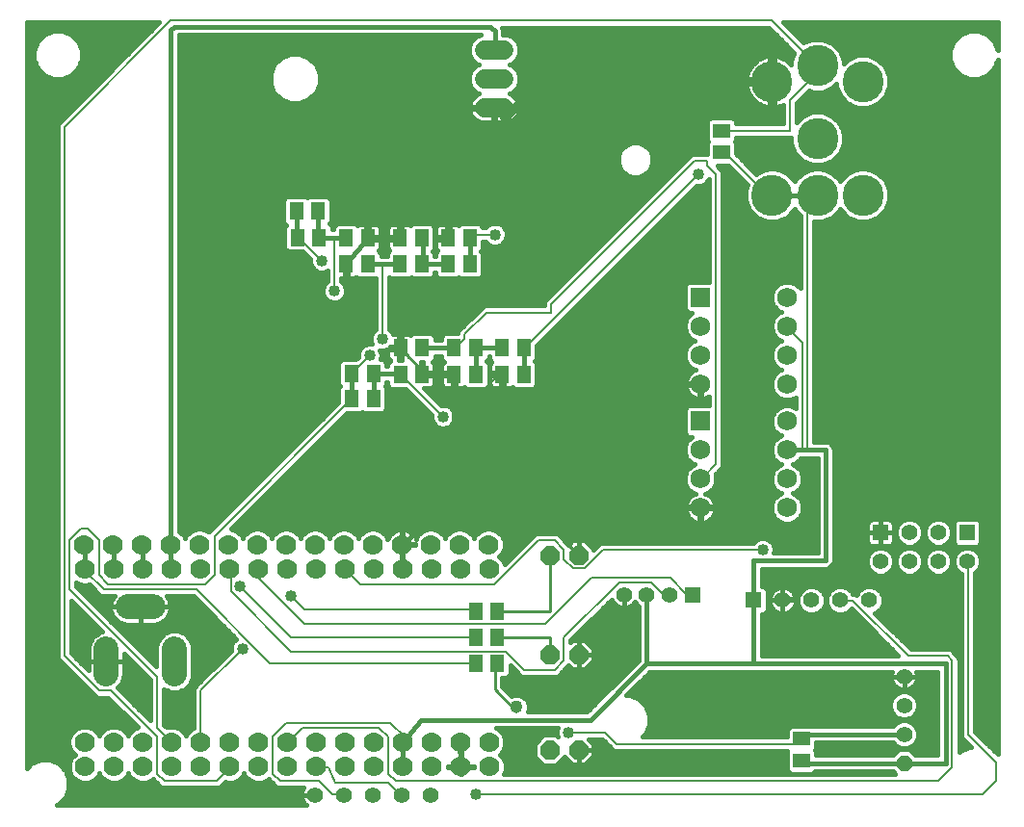
<source format=gbl>
G75*
%MOIN*%
%OFA0B0*%
%FSLAX25Y25*%
%IPPOS*%
%LPD*%
%AMOC8*
5,1,8,0,0,1.08239X$1,22.5*
%
%ADD10R,0.05118X0.05906*%
%ADD11R,0.05906X0.05118*%
%ADD12C,0.14236*%
%ADD13R,0.06800X0.06800*%
%ADD14C,0.06800*%
%ADD15C,0.06800*%
%ADD16C,0.07000*%
%ADD17OC8,0.05550*%
%ADD18C,0.05550*%
%ADD19C,0.08600*%
%ADD20R,0.05550X0.05550*%
%ADD21OC8,0.06600*%
%ADD22C,0.01600*%
%ADD23C,0.00800*%
%ADD24C,0.04000*%
%ADD25C,0.01000*%
%ADD26C,0.04362*%
D10*
X0162638Y0055508D03*
X0170118Y0055508D03*
X0170118Y0064508D03*
X0162638Y0064508D03*
X0162638Y0073508D03*
X0170118Y0073508D03*
X0127331Y0147185D03*
X0119850Y0147185D03*
X0119850Y0155787D03*
X0127331Y0155787D03*
X0136661Y0155610D03*
X0144142Y0155610D03*
X0144142Y0164783D03*
X0136661Y0164783D03*
X0155264Y0164783D03*
X0162744Y0164783D03*
X0171898Y0164783D03*
X0179378Y0164783D03*
X0179378Y0155610D03*
X0171898Y0155610D03*
X0162744Y0155610D03*
X0155264Y0155610D03*
X0153197Y0193720D03*
X0160677Y0193720D03*
X0160677Y0202815D03*
X0153197Y0202815D03*
X0144043Y0202815D03*
X0136563Y0202815D03*
X0136563Y0193720D03*
X0144043Y0193720D03*
X0125441Y0193720D03*
X0117961Y0193720D03*
X0117961Y0202815D03*
X0125441Y0202815D03*
X0108630Y0203051D03*
X0101150Y0203051D03*
X0100657Y0212146D03*
X0108138Y0212146D03*
D11*
X0247705Y0232520D03*
X0247705Y0240000D03*
X0275539Y0029409D03*
X0275539Y0021929D03*
D12*
X0280972Y0217618D03*
X0296720Y0217618D03*
X0280972Y0237303D03*
X0265224Y0217618D03*
X0265224Y0256988D03*
X0280972Y0262500D03*
X0296720Y0256988D03*
D13*
X0240520Y0182283D03*
X0240520Y0139429D03*
D14*
X0240520Y0129429D03*
X0240520Y0119429D03*
X0240520Y0109429D03*
X0270520Y0109429D03*
X0270520Y0119429D03*
X0270520Y0129429D03*
X0270520Y0139429D03*
X0270520Y0152283D03*
X0270520Y0162283D03*
X0270520Y0172283D03*
X0270520Y0182283D03*
X0240520Y0172283D03*
X0240520Y0162283D03*
X0240520Y0152283D03*
D15*
X0172542Y0247953D02*
X0165742Y0247953D01*
X0165742Y0257953D02*
X0172542Y0257953D01*
X0172542Y0267953D02*
X0165742Y0267953D01*
D16*
X0167181Y0096634D03*
X0167437Y0088209D03*
X0157437Y0088209D03*
X0157181Y0096634D03*
X0147181Y0096634D03*
X0147437Y0088209D03*
X0137437Y0088209D03*
X0137181Y0096634D03*
X0127181Y0096634D03*
X0127437Y0088209D03*
X0117437Y0088209D03*
X0117181Y0096634D03*
X0107181Y0096634D03*
X0107437Y0088209D03*
X0097437Y0088209D03*
X0087437Y0088209D03*
X0087181Y0096634D03*
X0077181Y0096634D03*
X0077437Y0088209D03*
X0067437Y0088209D03*
X0067181Y0096634D03*
X0057181Y0096634D03*
X0057437Y0088209D03*
X0047437Y0088209D03*
X0047181Y0096634D03*
X0037181Y0096634D03*
X0037437Y0088209D03*
X0027437Y0088209D03*
X0027181Y0096634D03*
X0097181Y0096634D03*
X0097437Y0028209D03*
X0087437Y0028209D03*
X0087575Y0019724D03*
X0097575Y0019724D03*
X0107575Y0019724D03*
X0107437Y0028209D03*
X0117437Y0028209D03*
X0117575Y0019724D03*
X0127575Y0019724D03*
X0127437Y0028209D03*
X0137437Y0028209D03*
X0137575Y0019724D03*
X0147575Y0019724D03*
X0147437Y0028209D03*
X0157437Y0028209D03*
X0167437Y0028209D03*
X0167575Y0019724D03*
X0157575Y0019724D03*
X0077575Y0019724D03*
X0077437Y0028209D03*
X0067437Y0028209D03*
X0067575Y0019724D03*
X0057575Y0019724D03*
X0057437Y0028209D03*
X0047437Y0028209D03*
X0047575Y0019724D03*
X0037575Y0019724D03*
X0037437Y0028209D03*
X0027437Y0028209D03*
X0027575Y0019724D03*
D17*
X0310972Y0021004D03*
D18*
X0310972Y0031004D03*
X0310972Y0041004D03*
X0310972Y0051004D03*
X0298925Y0077421D03*
X0288925Y0077421D03*
X0278925Y0077421D03*
X0268925Y0077421D03*
X0302819Y0090813D03*
X0312819Y0090813D03*
X0322819Y0090813D03*
X0332819Y0090813D03*
X0322819Y0100813D03*
X0312819Y0100813D03*
X0229772Y0079311D03*
X0221898Y0079311D03*
X0214024Y0079311D03*
X0147035Y0010000D03*
X0137035Y0010000D03*
X0127035Y0010000D03*
X0117035Y0010000D03*
X0107035Y0010000D03*
D19*
X0058512Y0051881D02*
X0058512Y0060481D01*
X0051001Y0075079D02*
X0042401Y0075079D01*
X0034890Y0060481D02*
X0034890Y0051881D01*
D20*
X0237646Y0079311D03*
X0258925Y0077421D03*
X0302819Y0100813D03*
X0332819Y0100813D03*
D21*
X0198378Y0093008D03*
X0188378Y0093008D03*
X0188378Y0058508D03*
X0198378Y0058508D03*
X0198378Y0025508D03*
X0188378Y0025508D03*
D22*
X0018359Y0006752D02*
X0017770Y0006508D01*
X0104059Y0006508D01*
X0104055Y0006511D01*
X0103546Y0007020D01*
X0103123Y0007602D01*
X0102796Y0008244D01*
X0102573Y0008929D01*
X0102461Y0009640D01*
X0102461Y0010000D01*
X0107035Y0010000D01*
X0107035Y0010000D01*
X0102461Y0010000D01*
X0102461Y0010360D01*
X0102573Y0011071D01*
X0102796Y0011756D01*
X0103123Y0012398D01*
X0103203Y0012508D01*
X0094501Y0012508D01*
X0093618Y0012873D01*
X0091218Y0015273D01*
X0091060Y0015432D01*
X0090690Y0015062D01*
X0088669Y0014224D01*
X0086481Y0014224D01*
X0084459Y0015062D01*
X0082912Y0016609D01*
X0082575Y0017423D01*
X0082237Y0016609D01*
X0080690Y0015062D01*
X0078669Y0014224D01*
X0076481Y0014224D01*
X0076062Y0014398D01*
X0075213Y0013548D01*
X0074537Y0012873D01*
X0073655Y0012508D01*
X0054501Y0012508D01*
X0053618Y0012873D01*
X0051218Y0015273D01*
X0051060Y0015432D01*
X0050690Y0015062D01*
X0048669Y0014224D01*
X0046481Y0014224D01*
X0044459Y0015062D01*
X0042912Y0016609D01*
X0042575Y0017423D01*
X0042237Y0016609D01*
X0040690Y0015062D01*
X0038669Y0014224D01*
X0036481Y0014224D01*
X0034459Y0015062D01*
X0032912Y0016609D01*
X0032575Y0017423D01*
X0032237Y0016609D01*
X0030690Y0015062D01*
X0028669Y0014224D01*
X0026481Y0014224D01*
X0024459Y0015062D01*
X0022912Y0016609D01*
X0022075Y0018630D01*
X0022075Y0020818D01*
X0022912Y0022840D01*
X0023970Y0023898D01*
X0022774Y0025093D01*
X0021937Y0027115D01*
X0021937Y0029303D01*
X0022774Y0031324D01*
X0024322Y0032871D01*
X0026343Y0033709D01*
X0028531Y0033709D01*
X0030552Y0032871D01*
X0032100Y0031324D01*
X0032437Y0030510D01*
X0032774Y0031324D01*
X0034322Y0032871D01*
X0036343Y0033709D01*
X0038531Y0033709D01*
X0040552Y0032871D01*
X0042100Y0031324D01*
X0042437Y0030510D01*
X0042774Y0031324D01*
X0044322Y0032871D01*
X0045664Y0033427D01*
X0035384Y0043708D01*
X0031901Y0043708D01*
X0031018Y0044073D01*
X0019018Y0056073D01*
X0018343Y0056748D01*
X0017978Y0057630D01*
X0017978Y0240830D01*
X0017978Y0241785D01*
X0018343Y0242667D01*
X0053144Y0277469D01*
X0007378Y0277469D01*
X0007378Y0019245D01*
X0008956Y0020823D01*
X0012007Y0022087D01*
X0015308Y0022087D01*
X0018359Y0020823D01*
X0020693Y0018489D01*
X0021957Y0015438D01*
X0021957Y0012137D01*
X0020693Y0009086D01*
X0018359Y0006752D01*
X0019312Y0007705D02*
X0103070Y0007705D01*
X0102514Y0009303D02*
X0020783Y0009303D01*
X0021445Y0010902D02*
X0102546Y0010902D01*
X0103197Y0012500D02*
X0021957Y0012500D01*
X0021957Y0014099D02*
X0052393Y0014099D01*
X0043824Y0015697D02*
X0041326Y0015697D01*
X0042522Y0017296D02*
X0042628Y0017296D01*
X0033824Y0015697D02*
X0031326Y0015697D01*
X0032522Y0017296D02*
X0032628Y0017296D01*
X0023824Y0015697D02*
X0021849Y0015697D01*
X0021187Y0017296D02*
X0022628Y0017296D01*
X0022075Y0018894D02*
X0020287Y0018894D01*
X0018689Y0020493D02*
X0022075Y0020493D01*
X0022602Y0022091D02*
X0007378Y0022091D01*
X0007378Y0020493D02*
X0008626Y0020493D01*
X0007378Y0023690D02*
X0023762Y0023690D01*
X0022693Y0025289D02*
X0007378Y0025289D01*
X0007378Y0026887D02*
X0022031Y0026887D01*
X0021937Y0028486D02*
X0007378Y0028486D01*
X0007378Y0030084D02*
X0022261Y0030084D01*
X0023133Y0031683D02*
X0007378Y0031683D01*
X0007378Y0033281D02*
X0025311Y0033281D01*
X0029563Y0033281D02*
X0035311Y0033281D01*
X0033133Y0031683D02*
X0031741Y0031683D01*
X0039563Y0033281D02*
X0045311Y0033281D01*
X0044212Y0034880D02*
X0007378Y0034880D01*
X0007378Y0036478D02*
X0042614Y0036478D01*
X0041015Y0038077D02*
X0007378Y0038077D01*
X0007378Y0039675D02*
X0039417Y0039675D01*
X0037818Y0041274D02*
X0007378Y0041274D01*
X0007378Y0042872D02*
X0036220Y0042872D01*
X0039811Y0046069D02*
X0049978Y0046069D01*
X0049978Y0044471D02*
X0041409Y0044471D01*
X0043008Y0042872D02*
X0049978Y0042872D01*
X0049978Y0041274D02*
X0044606Y0041274D01*
X0046205Y0039675D02*
X0049978Y0039675D01*
X0049978Y0038077D02*
X0047803Y0038077D01*
X0049402Y0036478D02*
X0049978Y0036478D01*
X0049978Y0035902D02*
X0038741Y0047139D01*
X0038864Y0047228D01*
X0039543Y0047907D01*
X0040107Y0048684D01*
X0040543Y0049540D01*
X0040840Y0050453D01*
X0040990Y0051401D01*
X0040990Y0056181D01*
X0034890Y0056181D01*
X0034890Y0056181D01*
X0040990Y0056181D01*
X0040990Y0058902D01*
X0049978Y0049914D01*
X0049978Y0035902D01*
X0054778Y0036478D02*
X0065178Y0036478D01*
X0065178Y0034880D02*
X0054778Y0034880D01*
X0054778Y0034302D02*
X0054778Y0046705D01*
X0054943Y0046540D01*
X0057259Y0045581D01*
X0059765Y0045581D01*
X0062080Y0046540D01*
X0063853Y0048312D01*
X0064812Y0050628D01*
X0064812Y0061734D01*
X0063853Y0064050D01*
X0062080Y0065822D01*
X0059765Y0066781D01*
X0057259Y0066781D01*
X0054943Y0065822D01*
X0053171Y0064050D01*
X0052212Y0061734D01*
X0052212Y0054468D01*
X0024378Y0082302D01*
X0024378Y0083523D01*
X0026343Y0082709D01*
X0028531Y0082709D01*
X0028992Y0082900D01*
X0032618Y0079273D01*
X0033501Y0078908D01*
X0037643Y0078908D01*
X0037184Y0078276D01*
X0036748Y0077420D01*
X0036451Y0076507D01*
X0036301Y0075559D01*
X0036301Y0075079D01*
X0046701Y0075079D01*
X0057101Y0075079D01*
X0057101Y0075559D01*
X0056951Y0076507D01*
X0056654Y0077420D01*
X0056218Y0078276D01*
X0055759Y0078908D01*
X0064984Y0078908D01*
X0079911Y0063981D01*
X0079712Y0063899D01*
X0078587Y0062774D01*
X0077978Y0061304D01*
X0077978Y0059902D01*
X0065543Y0047467D01*
X0065178Y0046585D01*
X0065178Y0033226D01*
X0064322Y0032871D01*
X0062774Y0031324D01*
X0062437Y0030510D01*
X0062100Y0031324D01*
X0060552Y0032871D01*
X0058531Y0033709D01*
X0056343Y0033709D01*
X0055656Y0033424D01*
X0054778Y0034302D01*
X0054778Y0038077D02*
X0065178Y0038077D01*
X0065178Y0039675D02*
X0054778Y0039675D01*
X0054778Y0041274D02*
X0065178Y0041274D01*
X0065178Y0042872D02*
X0054778Y0042872D01*
X0054778Y0044471D02*
X0065178Y0044471D01*
X0065178Y0046069D02*
X0060943Y0046069D01*
X0063208Y0047668D02*
X0065744Y0047668D01*
X0064248Y0049266D02*
X0067342Y0049266D01*
X0068941Y0050865D02*
X0064812Y0050865D01*
X0064812Y0052463D02*
X0070539Y0052463D01*
X0072138Y0054062D02*
X0064812Y0054062D01*
X0064812Y0055660D02*
X0073736Y0055660D01*
X0075335Y0057259D02*
X0064812Y0057259D01*
X0064812Y0058857D02*
X0076933Y0058857D01*
X0077978Y0060456D02*
X0064812Y0060456D01*
X0064679Y0062054D02*
X0078289Y0062054D01*
X0079466Y0063653D02*
X0064017Y0063653D01*
X0062651Y0065251D02*
X0078640Y0065251D01*
X0077042Y0066850D02*
X0039830Y0066850D01*
X0038232Y0068448D02*
X0075443Y0068448D01*
X0073845Y0070047D02*
X0054453Y0070047D01*
X0054198Y0069862D02*
X0054975Y0070426D01*
X0055654Y0071105D01*
X0056218Y0071882D01*
X0056654Y0072737D01*
X0056951Y0073650D01*
X0057101Y0074599D01*
X0057101Y0075079D01*
X0046701Y0075079D01*
X0046701Y0075079D01*
X0046701Y0075079D01*
X0046701Y0068979D01*
X0051481Y0068979D01*
X0052429Y0069129D01*
X0053342Y0069426D01*
X0054198Y0069862D01*
X0056046Y0071645D02*
X0072246Y0071645D01*
X0070648Y0073244D02*
X0056819Y0073244D01*
X0057101Y0074842D02*
X0069049Y0074842D01*
X0067451Y0076441D02*
X0056961Y0076441D01*
X0056338Y0078039D02*
X0065852Y0078039D01*
X0057437Y0088209D02*
X0057181Y0088209D01*
X0057181Y0096634D01*
X0057181Y0274811D01*
X0058378Y0276008D01*
X0167878Y0276008D01*
X0169378Y0274508D01*
X0169378Y0268189D01*
X0169142Y0267953D01*
X0172178Y0273353D02*
X0172178Y0275065D01*
X0171912Y0275708D01*
X0264184Y0275708D01*
X0272945Y0266947D01*
X0271854Y0264314D01*
X0271854Y0262970D01*
X0271117Y0263708D01*
X0270190Y0264419D01*
X0269177Y0265004D01*
X0268097Y0265451D01*
X0266968Y0265754D01*
X0266024Y0265878D01*
X0266024Y0257788D01*
X0264424Y0257788D01*
X0264424Y0256188D01*
X0256335Y0256188D01*
X0256459Y0255245D01*
X0256761Y0254115D01*
X0257209Y0253035D01*
X0257793Y0252023D01*
X0258505Y0251095D01*
X0259332Y0250269D01*
X0260259Y0249557D01*
X0261272Y0248973D01*
X0262352Y0248525D01*
X0263481Y0248223D01*
X0264424Y0248098D01*
X0264424Y0256188D01*
X0266024Y0256188D01*
X0266024Y0248098D01*
X0266968Y0248223D01*
X0268097Y0248525D01*
X0268978Y0248890D01*
X0268978Y0242408D01*
X0252657Y0242408D01*
X0252657Y0243387D01*
X0251486Y0244559D01*
X0243924Y0244559D01*
X0242752Y0243387D01*
X0242752Y0236613D01*
X0243105Y0236260D01*
X0242752Y0235907D01*
X0242752Y0231908D01*
X0237901Y0231908D01*
X0237018Y0231542D01*
X0236343Y0230867D01*
X0186843Y0181367D01*
X0186478Y0180485D01*
X0186478Y0179408D01*
X0165901Y0179408D01*
X0165018Y0179042D01*
X0156843Y0170867D01*
X0156478Y0169985D01*
X0156478Y0169736D01*
X0151876Y0169736D01*
X0150705Y0168565D01*
X0150705Y0167583D01*
X0148701Y0167583D01*
X0148701Y0168565D01*
X0147529Y0169736D01*
X0140754Y0169736D01*
X0140243Y0169225D01*
X0139915Y0169414D01*
X0139457Y0169536D01*
X0137141Y0169536D01*
X0137141Y0165263D01*
X0136182Y0165263D01*
X0136182Y0169536D01*
X0134074Y0169536D01*
X0133769Y0170274D01*
X0132778Y0171265D01*
X0132778Y0189165D01*
X0133176Y0188768D01*
X0139950Y0188768D01*
X0140303Y0189120D01*
X0140656Y0188768D01*
X0147431Y0188768D01*
X0148602Y0189939D01*
X0148602Y0190920D01*
X0148638Y0190920D01*
X0148638Y0189939D01*
X0149809Y0188768D01*
X0156584Y0188768D01*
X0156937Y0189120D01*
X0157290Y0188768D01*
X0164065Y0188768D01*
X0165236Y0189939D01*
X0165236Y0197502D01*
X0164470Y0198268D01*
X0165236Y0199034D01*
X0165236Y0201608D01*
X0166121Y0201608D01*
X0167112Y0200617D01*
X0168582Y0200008D01*
X0170174Y0200008D01*
X0171644Y0200617D01*
X0172769Y0201742D01*
X0173378Y0203212D01*
X0173378Y0204804D01*
X0172769Y0206274D01*
X0171644Y0207399D01*
X0170174Y0208008D01*
X0168582Y0208008D01*
X0167112Y0207399D01*
X0166121Y0206408D01*
X0165236Y0206408D01*
X0165236Y0206596D01*
X0164065Y0207768D01*
X0157290Y0207768D01*
X0156778Y0207256D01*
X0156451Y0207445D01*
X0155993Y0207568D01*
X0153676Y0207568D01*
X0153676Y0203295D01*
X0152717Y0203295D01*
X0152717Y0207568D01*
X0150401Y0207568D01*
X0149943Y0207445D01*
X0149533Y0207208D01*
X0149197Y0206873D01*
X0148960Y0206462D01*
X0148838Y0206005D01*
X0148838Y0203294D01*
X0152717Y0203294D01*
X0152717Y0202335D01*
X0148838Y0202335D01*
X0148838Y0199625D01*
X0148960Y0199167D01*
X0149197Y0198757D01*
X0149533Y0198422D01*
X0149549Y0198413D01*
X0148638Y0197502D01*
X0148638Y0196520D01*
X0148602Y0196520D01*
X0148602Y0197502D01*
X0147836Y0198268D01*
X0148602Y0199034D01*
X0148602Y0206596D01*
X0147431Y0207768D01*
X0140656Y0207768D01*
X0140144Y0207256D01*
X0139817Y0207445D01*
X0139359Y0207568D01*
X0137043Y0207568D01*
X0137043Y0203295D01*
X0136083Y0203295D01*
X0136083Y0207568D01*
X0133767Y0207568D01*
X0133309Y0207445D01*
X0132899Y0207208D01*
X0132564Y0206873D01*
X0132327Y0206462D01*
X0132204Y0206005D01*
X0132204Y0203294D01*
X0136083Y0203294D01*
X0136083Y0202335D01*
X0132204Y0202335D01*
X0132204Y0199625D01*
X0132327Y0199167D01*
X0132564Y0198757D01*
X0132899Y0198422D01*
X0132915Y0198413D01*
X0132004Y0197502D01*
X0132004Y0196520D01*
X0130000Y0196520D01*
X0130000Y0197502D01*
X0129089Y0198413D01*
X0129105Y0198422D01*
X0129440Y0198757D01*
X0129677Y0199167D01*
X0129800Y0199625D01*
X0129800Y0202335D01*
X0125921Y0202335D01*
X0125921Y0203294D01*
X0129800Y0203294D01*
X0129800Y0206005D01*
X0129677Y0206462D01*
X0129440Y0206873D01*
X0129105Y0207208D01*
X0128695Y0207445D01*
X0128237Y0207568D01*
X0125920Y0207568D01*
X0125920Y0203295D01*
X0124961Y0203295D01*
X0124961Y0207568D01*
X0122645Y0207568D01*
X0122187Y0207445D01*
X0121860Y0207256D01*
X0121348Y0207768D01*
X0114573Y0207768D01*
X0113402Y0206596D01*
X0113402Y0205851D01*
X0113189Y0205851D01*
X0113189Y0206832D01*
X0112177Y0207844D01*
X0112697Y0208364D01*
X0112697Y0215927D01*
X0111525Y0217098D01*
X0104750Y0217098D01*
X0104398Y0216746D01*
X0104045Y0217098D01*
X0097270Y0217098D01*
X0096098Y0215927D01*
X0096098Y0208364D01*
X0097111Y0207352D01*
X0096591Y0206832D01*
X0096591Y0199270D01*
X0097762Y0198098D01*
X0102893Y0198098D01*
X0105378Y0195614D01*
X0105378Y0194212D01*
X0105987Y0192742D01*
X0107112Y0191617D01*
X0108582Y0191008D01*
X0110174Y0191008D01*
X0111478Y0191548D01*
X0111478Y0187765D01*
X0110487Y0186774D01*
X0109878Y0185304D01*
X0109878Y0183712D01*
X0110487Y0182242D01*
X0111612Y0181117D01*
X0113082Y0180508D01*
X0114674Y0180508D01*
X0116144Y0181117D01*
X0117269Y0182242D01*
X0117878Y0183712D01*
X0117878Y0185304D01*
X0117269Y0186774D01*
X0116278Y0187765D01*
X0116278Y0188968D01*
X0117481Y0188968D01*
X0117481Y0193241D01*
X0118440Y0193241D01*
X0118440Y0188968D01*
X0120757Y0188968D01*
X0121214Y0189090D01*
X0121542Y0189279D01*
X0122053Y0188768D01*
X0127978Y0188768D01*
X0127978Y0171265D01*
X0126987Y0170274D01*
X0126378Y0168804D01*
X0126378Y0167212D01*
X0126848Y0166077D01*
X0126774Y0166108D01*
X0125182Y0166108D01*
X0123712Y0165499D01*
X0122587Y0164374D01*
X0121978Y0162904D01*
X0121978Y0161502D01*
X0121216Y0160740D01*
X0116463Y0160740D01*
X0115291Y0159569D01*
X0115291Y0152006D01*
X0115811Y0151486D01*
X0115291Y0150966D01*
X0115291Y0146015D01*
X0071018Y0101742D01*
X0070435Y0101159D01*
X0070297Y0101297D01*
X0068275Y0102134D01*
X0066087Y0102134D01*
X0064066Y0101297D01*
X0062518Y0099749D01*
X0062181Y0098935D01*
X0061844Y0099749D01*
X0060297Y0101297D01*
X0059981Y0101427D01*
X0059981Y0273208D01*
X0164318Y0273208D01*
X0162683Y0272531D01*
X0161164Y0271012D01*
X0160342Y0269027D01*
X0160342Y0266879D01*
X0161164Y0264894D01*
X0162683Y0263375D01*
X0163702Y0262953D01*
X0162683Y0262531D01*
X0161164Y0261012D01*
X0160342Y0259027D01*
X0160342Y0256879D01*
X0161164Y0254894D01*
X0162683Y0253375D01*
X0163966Y0252843D01*
X0163746Y0252772D01*
X0163016Y0252400D01*
X0162354Y0251919D01*
X0161775Y0251340D01*
X0161294Y0250678D01*
X0160923Y0249949D01*
X0160670Y0249170D01*
X0160542Y0248362D01*
X0160542Y0248253D01*
X0168842Y0248253D01*
X0168842Y0247653D01*
X0169442Y0247653D01*
X0169442Y0248253D01*
X0177742Y0248253D01*
X0177742Y0248362D01*
X0177614Y0249170D01*
X0177361Y0249949D01*
X0176989Y0250678D01*
X0176508Y0251340D01*
X0175929Y0251919D01*
X0175267Y0252400D01*
X0174538Y0252772D01*
X0174317Y0252843D01*
X0175601Y0253375D01*
X0177120Y0254894D01*
X0177942Y0256879D01*
X0177942Y0259027D01*
X0177120Y0261012D01*
X0175601Y0262531D01*
X0174582Y0262953D01*
X0175601Y0263375D01*
X0177120Y0264894D01*
X0177942Y0266879D01*
X0177942Y0269027D01*
X0177120Y0271012D01*
X0175601Y0272531D01*
X0173616Y0273353D01*
X0172178Y0273353D01*
X0172178Y0274656D02*
X0265235Y0274656D01*
X0266834Y0273058D02*
X0174328Y0273058D01*
X0176672Y0271459D02*
X0268432Y0271459D01*
X0270031Y0269861D02*
X0177596Y0269861D01*
X0177942Y0268262D02*
X0271629Y0268262D01*
X0272828Y0266664D02*
X0177853Y0266664D01*
X0177191Y0265065D02*
X0261420Y0265065D01*
X0261272Y0265004D02*
X0260259Y0264419D01*
X0259332Y0263708D01*
X0258505Y0262881D01*
X0257793Y0261953D01*
X0257209Y0260941D01*
X0256761Y0259861D01*
X0256459Y0258732D01*
X0256335Y0257788D01*
X0264424Y0257788D01*
X0264424Y0265878D01*
X0263481Y0265754D01*
X0262352Y0265451D01*
X0261272Y0265004D01*
X0259091Y0263467D02*
X0175692Y0263467D01*
X0176263Y0261868D02*
X0257744Y0261868D01*
X0256931Y0260270D02*
X0177427Y0260270D01*
X0177942Y0258671D02*
X0256451Y0258671D01*
X0256429Y0255474D02*
X0177360Y0255474D01*
X0177942Y0257073D02*
X0264424Y0257073D01*
X0265224Y0256988D02*
X0184024Y0256988D01*
X0175638Y0248602D01*
X0175638Y0246634D01*
X0173669Y0244665D01*
X0172378Y0244665D01*
X0171701Y0244665D01*
X0173669Y0244665D02*
X0173669Y0215138D01*
X0153197Y0215138D01*
X0136563Y0215138D01*
X0136563Y0202815D01*
X0125441Y0202815D01*
X0117961Y0193720D01*
X0118440Y0193132D02*
X0117481Y0193132D01*
X0117481Y0191534D02*
X0118440Y0191534D01*
X0118440Y0189935D02*
X0117481Y0189935D01*
X0116278Y0188337D02*
X0127978Y0188337D01*
X0127978Y0186738D02*
X0117284Y0186738D01*
X0117878Y0185140D02*
X0127978Y0185140D01*
X0127978Y0183541D02*
X0117807Y0183541D01*
X0116970Y0181943D02*
X0127978Y0181943D01*
X0127978Y0180344D02*
X0059981Y0180344D01*
X0059981Y0178746D02*
X0127978Y0178746D01*
X0127978Y0177147D02*
X0059981Y0177147D01*
X0059981Y0175549D02*
X0127978Y0175549D01*
X0127978Y0173950D02*
X0059981Y0173950D01*
X0059981Y0172352D02*
X0127978Y0172352D01*
X0127466Y0170753D02*
X0059981Y0170753D01*
X0059981Y0169155D02*
X0126523Y0169155D01*
X0126378Y0167556D02*
X0059981Y0167556D01*
X0059981Y0165958D02*
X0124819Y0165958D01*
X0122581Y0164359D02*
X0059981Y0164359D01*
X0059981Y0162760D02*
X0121978Y0162760D01*
X0121638Y0161162D02*
X0059981Y0161162D01*
X0059981Y0159563D02*
X0115291Y0159563D01*
X0115291Y0157965D02*
X0059981Y0157965D01*
X0059981Y0156366D02*
X0115291Y0156366D01*
X0115291Y0154768D02*
X0059981Y0154768D01*
X0059981Y0153169D02*
X0115291Y0153169D01*
X0115727Y0151571D02*
X0059981Y0151571D01*
X0059981Y0149972D02*
X0115291Y0149972D01*
X0115291Y0148374D02*
X0059981Y0148374D01*
X0059981Y0146775D02*
X0115291Y0146775D01*
X0114453Y0145177D02*
X0059981Y0145177D01*
X0059981Y0143578D02*
X0112854Y0143578D01*
X0111256Y0141980D02*
X0059981Y0141980D01*
X0059981Y0140381D02*
X0109657Y0140381D01*
X0108059Y0138783D02*
X0059981Y0138783D01*
X0059981Y0137184D02*
X0106460Y0137184D01*
X0104862Y0135586D02*
X0059981Y0135586D01*
X0059981Y0133987D02*
X0103263Y0133987D01*
X0101665Y0132389D02*
X0059981Y0132389D01*
X0059981Y0130790D02*
X0100066Y0130790D01*
X0098468Y0129192D02*
X0059981Y0129192D01*
X0059981Y0127593D02*
X0096869Y0127593D01*
X0095271Y0125995D02*
X0059981Y0125995D01*
X0059981Y0124396D02*
X0093672Y0124396D01*
X0092074Y0122798D02*
X0059981Y0122798D01*
X0059981Y0121199D02*
X0090475Y0121199D01*
X0088877Y0119601D02*
X0059981Y0119601D01*
X0059981Y0118002D02*
X0087278Y0118002D01*
X0085680Y0116404D02*
X0059981Y0116404D01*
X0059981Y0114805D02*
X0084081Y0114805D01*
X0082483Y0113207D02*
X0059981Y0113207D01*
X0059981Y0111608D02*
X0080884Y0111608D01*
X0079286Y0110010D02*
X0059981Y0110010D01*
X0059981Y0108411D02*
X0077687Y0108411D01*
X0076089Y0106813D02*
X0059981Y0106813D01*
X0059981Y0105214D02*
X0074490Y0105214D01*
X0072892Y0103616D02*
X0059981Y0103616D01*
X0059981Y0102017D02*
X0065805Y0102017D01*
X0068557Y0102017D02*
X0071293Y0102017D01*
X0078198Y0102134D02*
X0118296Y0142232D01*
X0123238Y0142232D01*
X0123591Y0142585D01*
X0123943Y0142232D01*
X0130718Y0142232D01*
X0131890Y0143404D01*
X0131890Y0150966D01*
X0131370Y0151486D01*
X0131890Y0152006D01*
X0131890Y0152987D01*
X0132102Y0152987D01*
X0132102Y0151829D01*
X0133274Y0150657D01*
X0138334Y0150657D01*
X0147378Y0141614D01*
X0147378Y0140212D01*
X0147987Y0138742D01*
X0149112Y0137617D01*
X0150582Y0137008D01*
X0152174Y0137008D01*
X0153644Y0137617D01*
X0154769Y0138742D01*
X0155378Y0140212D01*
X0155378Y0141804D01*
X0154769Y0143274D01*
X0153644Y0144399D01*
X0152174Y0145008D01*
X0150772Y0145008D01*
X0144922Y0150857D01*
X0146938Y0150857D01*
X0147396Y0150980D01*
X0147806Y0151217D01*
X0148141Y0151552D01*
X0148378Y0151963D01*
X0148501Y0152420D01*
X0148501Y0155131D01*
X0144621Y0155131D01*
X0144621Y0156090D01*
X0143662Y0156090D01*
X0143662Y0159831D01*
X0144621Y0159831D01*
X0144621Y0156090D01*
X0148501Y0156090D01*
X0148501Y0158800D01*
X0148378Y0159258D01*
X0148141Y0159668D01*
X0147806Y0160003D01*
X0147740Y0160041D01*
X0148701Y0161002D01*
X0148701Y0161983D01*
X0150705Y0161983D01*
X0150705Y0161002D01*
X0151666Y0160041D01*
X0151599Y0160003D01*
X0151264Y0159668D01*
X0151027Y0159258D01*
X0150905Y0158800D01*
X0150905Y0156090D01*
X0154784Y0156090D01*
X0154784Y0155131D01*
X0150905Y0155131D01*
X0150905Y0152420D01*
X0151027Y0151963D01*
X0151264Y0151552D01*
X0151599Y0151217D01*
X0152010Y0150980D01*
X0152468Y0150857D01*
X0154784Y0150857D01*
X0154784Y0155131D01*
X0155743Y0155131D01*
X0155743Y0150857D01*
X0158060Y0150857D01*
X0158518Y0150980D01*
X0158845Y0151169D01*
X0159357Y0150657D01*
X0166132Y0150657D01*
X0167303Y0151829D01*
X0167303Y0159391D01*
X0166498Y0160197D01*
X0167303Y0161002D01*
X0167303Y0161983D01*
X0167339Y0161983D01*
X0167339Y0161002D01*
X0168299Y0160041D01*
X0168233Y0160003D01*
X0167898Y0159668D01*
X0167661Y0159258D01*
X0167539Y0158800D01*
X0167539Y0156090D01*
X0171418Y0156090D01*
X0171418Y0155131D01*
X0167539Y0155131D01*
X0167539Y0152420D01*
X0167661Y0151963D01*
X0167898Y0151552D01*
X0168233Y0151217D01*
X0168644Y0150980D01*
X0169102Y0150857D01*
X0171418Y0150857D01*
X0171418Y0155131D01*
X0172377Y0155131D01*
X0172377Y0150857D01*
X0174694Y0150857D01*
X0175151Y0150980D01*
X0175479Y0151169D01*
X0175990Y0150657D01*
X0182765Y0150657D01*
X0183937Y0151829D01*
X0183937Y0159391D01*
X0183132Y0160197D01*
X0183937Y0161002D01*
X0183937Y0165673D01*
X0239272Y0221008D01*
X0240674Y0221008D01*
X0242144Y0221617D01*
X0243269Y0222742D01*
X0243478Y0223247D01*
X0243478Y0187683D01*
X0236291Y0187683D01*
X0235120Y0186512D01*
X0235120Y0178055D01*
X0236291Y0176883D01*
X0237514Y0176883D01*
X0237461Y0176861D01*
X0235942Y0175342D01*
X0235120Y0173358D01*
X0235120Y0171209D01*
X0235942Y0169225D01*
X0237461Y0167706D01*
X0238480Y0167283D01*
X0237461Y0166861D01*
X0235942Y0165342D01*
X0235120Y0163358D01*
X0235120Y0161209D01*
X0235942Y0159225D01*
X0237461Y0157706D01*
X0238744Y0157174D01*
X0238524Y0157102D01*
X0237794Y0156731D01*
X0237132Y0156250D01*
X0236553Y0155671D01*
X0236072Y0155009D01*
X0235701Y0154280D01*
X0235448Y0153501D01*
X0235320Y0152693D01*
X0235320Y0152583D01*
X0240220Y0152583D01*
X0240220Y0151983D01*
X0240820Y0151983D01*
X0240820Y0147083D01*
X0240929Y0147083D01*
X0241737Y0147212D01*
X0242516Y0147464D01*
X0243245Y0147836D01*
X0243478Y0148005D01*
X0243478Y0144829D01*
X0236291Y0144829D01*
X0235120Y0143658D01*
X0235120Y0135201D01*
X0236291Y0134029D01*
X0237514Y0134029D01*
X0237461Y0134007D01*
X0235942Y0132488D01*
X0235120Y0130503D01*
X0235120Y0128355D01*
X0235942Y0126370D01*
X0237461Y0124851D01*
X0238480Y0124429D01*
X0237461Y0124007D01*
X0235942Y0122488D01*
X0235120Y0120503D01*
X0235120Y0118355D01*
X0235942Y0116370D01*
X0237461Y0114851D01*
X0238744Y0114320D01*
X0238524Y0114248D01*
X0237794Y0113877D01*
X0237132Y0113395D01*
X0236553Y0112817D01*
X0236072Y0112155D01*
X0235701Y0111425D01*
X0235448Y0110647D01*
X0235320Y0109838D01*
X0235320Y0109729D01*
X0240220Y0109729D01*
X0240220Y0109129D01*
X0240820Y0109129D01*
X0240820Y0109729D01*
X0245720Y0109729D01*
X0245720Y0109838D01*
X0245592Y0110647D01*
X0245339Y0111425D01*
X0244967Y0112155D01*
X0244486Y0112817D01*
X0243907Y0113395D01*
X0243245Y0113877D01*
X0242516Y0114248D01*
X0242295Y0114320D01*
X0243579Y0114851D01*
X0245098Y0116370D01*
X0245920Y0118355D01*
X0245920Y0120503D01*
X0245729Y0120964D01*
X0247913Y0123148D01*
X0248278Y0124030D01*
X0248278Y0225485D01*
X0247913Y0226367D01*
X0247237Y0227042D01*
X0246319Y0227961D01*
X0250031Y0227961D01*
X0256825Y0221167D01*
X0256106Y0219432D01*
X0256106Y0215804D01*
X0257494Y0212453D01*
X0260059Y0209888D01*
X0263411Y0208500D01*
X0267038Y0208500D01*
X0270389Y0209888D01*
X0272954Y0212453D01*
X0273098Y0212801D01*
X0273242Y0212453D01*
X0274978Y0210718D01*
X0274978Y0185462D01*
X0273579Y0186861D01*
X0271594Y0187683D01*
X0269446Y0187683D01*
X0267461Y0186861D01*
X0265942Y0185342D01*
X0265120Y0183358D01*
X0265120Y0181209D01*
X0265942Y0179225D01*
X0267461Y0177706D01*
X0268480Y0177283D01*
X0267461Y0176861D01*
X0265942Y0175342D01*
X0265120Y0173358D01*
X0265120Y0171209D01*
X0265942Y0169225D01*
X0267461Y0167706D01*
X0268480Y0167283D01*
X0267461Y0166861D01*
X0265942Y0165342D01*
X0265120Y0163358D01*
X0265120Y0161209D01*
X0265942Y0159225D01*
X0267461Y0157706D01*
X0268480Y0157283D01*
X0267461Y0156861D01*
X0265942Y0155342D01*
X0265120Y0153358D01*
X0265120Y0151209D01*
X0265942Y0149225D01*
X0267461Y0147706D01*
X0269446Y0146883D01*
X0271594Y0146883D01*
X0273478Y0147664D01*
X0273478Y0144049D01*
X0271594Y0144829D01*
X0269446Y0144829D01*
X0267461Y0144007D01*
X0265942Y0142488D01*
X0265120Y0140503D01*
X0265120Y0138355D01*
X0265942Y0136370D01*
X0267461Y0134851D01*
X0268480Y0134429D01*
X0267461Y0134007D01*
X0265942Y0132488D01*
X0265120Y0130503D01*
X0265120Y0128355D01*
X0265942Y0126370D01*
X0267461Y0124851D01*
X0268480Y0124429D01*
X0267461Y0124007D01*
X0265942Y0122488D01*
X0265120Y0120503D01*
X0265120Y0118355D01*
X0265942Y0116370D01*
X0267461Y0114851D01*
X0268480Y0114429D01*
X0267461Y0114007D01*
X0265942Y0112488D01*
X0265120Y0110503D01*
X0265120Y0108355D01*
X0265942Y0106370D01*
X0267461Y0104851D01*
X0269446Y0104029D01*
X0271594Y0104029D01*
X0273579Y0104851D01*
X0275098Y0106370D01*
X0275920Y0108355D01*
X0275920Y0110503D01*
X0275098Y0112488D01*
X0273579Y0114007D01*
X0272559Y0114429D01*
X0273579Y0114851D01*
X0275098Y0116370D01*
X0275920Y0118355D01*
X0275920Y0120503D01*
X0275098Y0122488D01*
X0273579Y0124007D01*
X0272559Y0124429D01*
X0273579Y0124851D01*
X0275098Y0126370D01*
X0275205Y0126629D01*
X0275349Y0126629D01*
X0275401Y0126608D01*
X0276355Y0126608D01*
X0276407Y0126629D01*
X0276849Y0126629D01*
X0276901Y0126608D01*
X0277855Y0126608D01*
X0277907Y0126629D01*
X0281106Y0126629D01*
X0281106Y0093922D01*
X0265899Y0093922D01*
X0265978Y0094112D01*
X0265978Y0095704D01*
X0265369Y0097174D01*
X0264244Y0098299D01*
X0262774Y0098908D01*
X0261182Y0098908D01*
X0259712Y0098299D01*
X0258721Y0097308D01*
X0206301Y0097308D01*
X0205418Y0096942D01*
X0203478Y0095002D01*
X0203478Y0095120D01*
X0200490Y0098108D01*
X0198378Y0098108D01*
X0198378Y0093008D01*
X0198378Y0093008D01*
X0198378Y0098108D01*
X0196265Y0098108D01*
X0194819Y0096661D01*
X0192013Y0099467D01*
X0191337Y0100142D01*
X0190455Y0100508D01*
X0183901Y0100508D01*
X0183018Y0100142D01*
X0172715Y0089839D01*
X0172100Y0091324D01*
X0170875Y0092549D01*
X0171844Y0093518D01*
X0172681Y0095540D01*
X0172681Y0097728D01*
X0171844Y0099749D01*
X0170297Y0101297D01*
X0168275Y0102134D01*
X0166087Y0102134D01*
X0164066Y0101297D01*
X0162518Y0099749D01*
X0162181Y0098935D01*
X0161844Y0099749D01*
X0160297Y0101297D01*
X0158275Y0102134D01*
X0156087Y0102134D01*
X0154066Y0101297D01*
X0152518Y0099749D01*
X0152181Y0098935D01*
X0151844Y0099749D01*
X0150297Y0101297D01*
X0148275Y0102134D01*
X0146087Y0102134D01*
X0144066Y0101297D01*
X0142518Y0099749D01*
X0142081Y0098692D01*
X0141714Y0099412D01*
X0141224Y0100087D01*
X0140634Y0100676D01*
X0139959Y0101167D01*
X0139216Y0101546D01*
X0138422Y0101803D01*
X0137598Y0101934D01*
X0137381Y0101934D01*
X0137381Y0096834D01*
X0136981Y0096834D01*
X0136981Y0101934D01*
X0136764Y0101934D01*
X0135940Y0101803D01*
X0135147Y0101546D01*
X0134403Y0101167D01*
X0133728Y0100676D01*
X0133138Y0100087D01*
X0132648Y0099412D01*
X0132282Y0098692D01*
X0131844Y0099749D01*
X0130297Y0101297D01*
X0128275Y0102134D01*
X0126087Y0102134D01*
X0124066Y0101297D01*
X0122518Y0099749D01*
X0122181Y0098935D01*
X0121844Y0099749D01*
X0120297Y0101297D01*
X0118275Y0102134D01*
X0116087Y0102134D01*
X0114066Y0101297D01*
X0112518Y0099749D01*
X0112181Y0098935D01*
X0111844Y0099749D01*
X0110297Y0101297D01*
X0108275Y0102134D01*
X0106087Y0102134D01*
X0104066Y0101297D01*
X0102518Y0099749D01*
X0102181Y0098935D01*
X0101844Y0099749D01*
X0100297Y0101297D01*
X0098275Y0102134D01*
X0096087Y0102134D01*
X0094066Y0101297D01*
X0092518Y0099749D01*
X0092181Y0098935D01*
X0091844Y0099749D01*
X0090297Y0101297D01*
X0088275Y0102134D01*
X0086087Y0102134D01*
X0084066Y0101297D01*
X0082518Y0099749D01*
X0082181Y0098935D01*
X0081844Y0099749D01*
X0080297Y0101297D01*
X0078275Y0102134D01*
X0078198Y0102134D01*
X0078557Y0102017D02*
X0085805Y0102017D01*
X0088557Y0102017D02*
X0095805Y0102017D01*
X0098557Y0102017D02*
X0105805Y0102017D01*
X0108557Y0102017D02*
X0115805Y0102017D01*
X0118557Y0102017D02*
X0125805Y0102017D01*
X0128557Y0102017D02*
X0145805Y0102017D01*
X0148557Y0102017D02*
X0155805Y0102017D01*
X0158557Y0102017D02*
X0165805Y0102017D01*
X0168557Y0102017D02*
X0281106Y0102017D01*
X0281106Y0100419D02*
X0190671Y0100419D01*
X0192660Y0098820D02*
X0260970Y0098820D01*
X0262986Y0098820D02*
X0281106Y0098820D01*
X0281106Y0097222D02*
X0265321Y0097222D01*
X0265978Y0095623D02*
X0281106Y0095623D01*
X0281106Y0094025D02*
X0265942Y0094025D01*
X0261725Y0088322D02*
X0284462Y0088322D01*
X0285492Y0088748D01*
X0286279Y0089536D01*
X0286705Y0090565D01*
X0286705Y0129986D01*
X0286279Y0131015D01*
X0285492Y0131803D01*
X0284462Y0132229D01*
X0279778Y0132229D01*
X0279778Y0208500D01*
X0282786Y0208500D01*
X0286137Y0209888D01*
X0288702Y0212453D01*
X0288846Y0212801D01*
X0288991Y0212453D01*
X0291555Y0209888D01*
X0294907Y0208500D01*
X0298534Y0208500D01*
X0301885Y0209888D01*
X0304450Y0212453D01*
X0305839Y0215804D01*
X0305839Y0219432D01*
X0304450Y0222783D01*
X0301885Y0225348D01*
X0298534Y0226736D01*
X0294907Y0226736D01*
X0291555Y0225348D01*
X0288991Y0222783D01*
X0288846Y0222435D01*
X0288702Y0222783D01*
X0286137Y0225348D01*
X0282786Y0226736D01*
X0279159Y0226736D01*
X0275807Y0225348D01*
X0273242Y0222783D01*
X0273098Y0222435D01*
X0272954Y0222783D01*
X0270389Y0225348D01*
X0267038Y0226736D01*
X0263411Y0226736D01*
X0260059Y0225348D01*
X0259746Y0225034D01*
X0252657Y0232122D01*
X0252657Y0235907D01*
X0252305Y0236260D01*
X0252657Y0236613D01*
X0252657Y0237608D01*
X0271854Y0237608D01*
X0271854Y0235489D01*
X0273242Y0232138D01*
X0275807Y0229573D01*
X0279159Y0228185D01*
X0282786Y0228185D01*
X0286137Y0229573D01*
X0288702Y0232138D01*
X0290091Y0235489D01*
X0290091Y0239117D01*
X0288702Y0242468D01*
X0286137Y0245033D01*
X0282786Y0246421D01*
X0279159Y0246421D01*
X0275807Y0245033D01*
X0273778Y0243004D01*
X0273778Y0249514D01*
X0278089Y0253825D01*
X0279159Y0253382D01*
X0282786Y0253382D01*
X0286137Y0254770D01*
X0287602Y0256235D01*
X0287602Y0255174D01*
X0288991Y0251823D01*
X0291555Y0249258D01*
X0294907Y0247870D01*
X0298534Y0247870D01*
X0301885Y0249258D01*
X0304450Y0251823D01*
X0305839Y0255174D01*
X0305839Y0258802D01*
X0304450Y0262153D01*
X0301885Y0264718D01*
X0298534Y0266106D01*
X0294907Y0266106D01*
X0291555Y0264718D01*
X0290091Y0263253D01*
X0290091Y0264314D01*
X0288702Y0267665D01*
X0286137Y0270230D01*
X0282786Y0271618D01*
X0279159Y0271618D01*
X0276262Y0270418D01*
X0269211Y0277469D01*
X0343378Y0277469D01*
X0343378Y0267989D01*
X0342122Y0271020D01*
X0339788Y0273355D01*
X0336737Y0274618D01*
X0333436Y0274618D01*
X0330385Y0273355D01*
X0328051Y0271020D01*
X0326787Y0267970D01*
X0326787Y0264668D01*
X0328051Y0261618D01*
X0330385Y0259283D01*
X0333436Y0258020D01*
X0336737Y0258020D01*
X0339788Y0259283D01*
X0342122Y0261618D01*
X0343378Y0264649D01*
X0343378Y0024102D01*
X0335578Y0031902D01*
X0335578Y0086819D01*
X0336867Y0088108D01*
X0337594Y0089863D01*
X0337594Y0091763D01*
X0336867Y0093518D01*
X0335524Y0094861D01*
X0333769Y0095588D01*
X0331869Y0095588D01*
X0330114Y0094861D01*
X0328771Y0093518D01*
X0328044Y0091763D01*
X0328044Y0089863D01*
X0328771Y0088108D01*
X0330114Y0086765D01*
X0330778Y0086490D01*
X0330778Y0030430D01*
X0331143Y0029548D01*
X0334105Y0026587D01*
X0333436Y0026587D01*
X0330385Y0025323D01*
X0329978Y0024916D01*
X0329978Y0056985D01*
X0329613Y0057867D01*
X0328937Y0058542D01*
X0327337Y0060142D01*
X0326455Y0060508D01*
X0313372Y0060508D01*
X0300836Y0073044D01*
X0301630Y0073373D01*
X0302973Y0074717D01*
X0303700Y0076471D01*
X0303700Y0078371D01*
X0302973Y0080126D01*
X0301630Y0081469D01*
X0299875Y0082196D01*
X0297975Y0082196D01*
X0296220Y0081469D01*
X0294877Y0080126D01*
X0294548Y0079332D01*
X0294537Y0079342D01*
X0293655Y0079708D01*
X0293146Y0079708D01*
X0292973Y0080126D01*
X0291630Y0081469D01*
X0289875Y0082196D01*
X0287975Y0082196D01*
X0286220Y0081469D01*
X0284877Y0080126D01*
X0284150Y0078371D01*
X0284150Y0076471D01*
X0284877Y0074717D01*
X0286220Y0073373D01*
X0287975Y0072646D01*
X0289875Y0072646D01*
X0291630Y0073373D01*
X0292674Y0074418D01*
X0308784Y0058308D01*
X0261725Y0058308D01*
X0261725Y0072646D01*
X0262528Y0072646D01*
X0263700Y0073818D01*
X0263700Y0081024D01*
X0262528Y0082196D01*
X0261725Y0082196D01*
X0261725Y0088322D01*
X0261725Y0087630D02*
X0299249Y0087630D01*
X0298771Y0088108D02*
X0300114Y0086765D01*
X0301869Y0086038D01*
X0303769Y0086038D01*
X0305524Y0086765D01*
X0306867Y0088108D01*
X0307594Y0089863D01*
X0307594Y0091763D01*
X0306867Y0093518D01*
X0305524Y0094861D01*
X0303769Y0095588D01*
X0301869Y0095588D01*
X0300114Y0094861D01*
X0298771Y0093518D01*
X0298044Y0091763D01*
X0298044Y0089863D01*
X0298771Y0088108D01*
X0298307Y0089229D02*
X0285972Y0089229D01*
X0286705Y0090827D02*
X0298044Y0090827D01*
X0298319Y0092426D02*
X0286705Y0092426D01*
X0286705Y0094025D02*
X0299278Y0094025D01*
X0299807Y0096238D02*
X0302819Y0096238D01*
X0305831Y0096238D01*
X0306288Y0096361D01*
X0306699Y0096598D01*
X0307034Y0096933D01*
X0307271Y0097343D01*
X0307394Y0097801D01*
X0307394Y0100813D01*
X0307394Y0103825D01*
X0307271Y0104283D01*
X0307034Y0104693D01*
X0306699Y0105028D01*
X0306288Y0105265D01*
X0305831Y0105388D01*
X0302819Y0105388D01*
X0302819Y0100813D01*
X0307394Y0100813D01*
X0302819Y0100813D01*
X0302819Y0100813D01*
X0302819Y0100813D01*
X0302819Y0096238D01*
X0302819Y0100813D01*
X0302819Y0100813D01*
X0302819Y0105388D01*
X0299807Y0105388D01*
X0299349Y0105265D01*
X0298939Y0105028D01*
X0298604Y0104693D01*
X0298367Y0104283D01*
X0298244Y0103825D01*
X0298244Y0100813D01*
X0302819Y0100813D01*
X0302819Y0100813D01*
X0298244Y0100813D01*
X0298244Y0097801D01*
X0298367Y0097343D01*
X0298604Y0096933D01*
X0298939Y0096598D01*
X0299349Y0096361D01*
X0299807Y0096238D01*
X0298437Y0097222D02*
X0286705Y0097222D01*
X0286705Y0098820D02*
X0298244Y0098820D01*
X0298244Y0100419D02*
X0286705Y0100419D01*
X0286705Y0102017D02*
X0298244Y0102017D01*
X0298244Y0103616D02*
X0286705Y0103616D01*
X0286705Y0105214D02*
X0299261Y0105214D01*
X0302819Y0105214D02*
X0302819Y0105214D01*
X0302819Y0103616D02*
X0302819Y0103616D01*
X0302819Y0102017D02*
X0302819Y0102017D01*
X0302819Y0100419D02*
X0302819Y0100419D01*
X0302819Y0098820D02*
X0302819Y0098820D01*
X0302819Y0097222D02*
X0302819Y0097222D01*
X0307201Y0097222D02*
X0309658Y0097222D01*
X0310114Y0096765D02*
X0311869Y0096038D01*
X0313769Y0096038D01*
X0315524Y0096765D01*
X0316867Y0098108D01*
X0317594Y0099863D01*
X0317594Y0101763D01*
X0316867Y0103518D01*
X0315524Y0104861D01*
X0313769Y0105588D01*
X0311869Y0105588D01*
X0310114Y0104861D01*
X0308771Y0103518D01*
X0308044Y0101763D01*
X0308044Y0099863D01*
X0308771Y0098108D01*
X0310114Y0096765D01*
X0310114Y0094861D02*
X0308771Y0093518D01*
X0308044Y0091763D01*
X0308044Y0089863D01*
X0308771Y0088108D01*
X0310114Y0086765D01*
X0311869Y0086038D01*
X0313769Y0086038D01*
X0315524Y0086765D01*
X0316867Y0088108D01*
X0317594Y0089863D01*
X0317594Y0091763D01*
X0316867Y0093518D01*
X0315524Y0094861D01*
X0313769Y0095588D01*
X0311869Y0095588D01*
X0310114Y0094861D01*
X0309278Y0094025D02*
X0306360Y0094025D01*
X0307319Y0092426D02*
X0308319Y0092426D01*
X0308044Y0090827D02*
X0307594Y0090827D01*
X0307331Y0089229D02*
X0308307Y0089229D01*
X0309249Y0087630D02*
X0306389Y0087630D01*
X0301863Y0081236D02*
X0330778Y0081236D01*
X0330778Y0079638D02*
X0303175Y0079638D01*
X0303700Y0078039D02*
X0330778Y0078039D01*
X0330778Y0076441D02*
X0303687Y0076441D01*
X0303025Y0074842D02*
X0330778Y0074842D01*
X0330778Y0073244D02*
X0301317Y0073244D01*
X0302235Y0071645D02*
X0330778Y0071645D01*
X0330778Y0070047D02*
X0303833Y0070047D01*
X0305432Y0068448D02*
X0330778Y0068448D01*
X0330778Y0066850D02*
X0307030Y0066850D01*
X0308629Y0065251D02*
X0330778Y0065251D01*
X0330778Y0063653D02*
X0310227Y0063653D01*
X0311826Y0062054D02*
X0330778Y0062054D01*
X0330778Y0060456D02*
X0326581Y0060456D01*
X0328623Y0058857D02*
X0330778Y0058857D01*
X0330778Y0057259D02*
X0329865Y0057259D01*
X0329978Y0055660D02*
X0330778Y0055660D01*
X0330778Y0054062D02*
X0329978Y0054062D01*
X0329978Y0052463D02*
X0330778Y0052463D01*
X0330778Y0050865D02*
X0329978Y0050865D01*
X0329978Y0049266D02*
X0330778Y0049266D01*
X0330778Y0047668D02*
X0329978Y0047668D01*
X0329978Y0046069D02*
X0330778Y0046069D01*
X0330778Y0044471D02*
X0329978Y0044471D01*
X0329978Y0042872D02*
X0330778Y0042872D01*
X0330778Y0041274D02*
X0329978Y0041274D01*
X0329978Y0039675D02*
X0330778Y0039675D01*
X0330778Y0038077D02*
X0329978Y0038077D01*
X0329978Y0036478D02*
X0330778Y0036478D01*
X0330778Y0034880D02*
X0329978Y0034880D01*
X0329978Y0033281D02*
X0330778Y0033281D01*
X0330778Y0031683D02*
X0329978Y0031683D01*
X0329978Y0030084D02*
X0330921Y0030084D01*
X0329978Y0028486D02*
X0332206Y0028486D01*
X0333805Y0026887D02*
X0329978Y0026887D01*
X0329978Y0025289D02*
X0330351Y0025289D01*
X0325378Y0021004D02*
X0310972Y0021004D01*
X0275539Y0021004D01*
X0275539Y0021929D01*
X0270587Y0022091D02*
X0202174Y0022091D01*
X0203478Y0023395D02*
X0200490Y0020408D01*
X0198378Y0020408D01*
X0198378Y0025508D01*
X0203478Y0025508D01*
X0203478Y0027620D01*
X0201790Y0029308D01*
X0206584Y0029308D01*
X0209543Y0026348D01*
X0210218Y0025673D01*
X0211101Y0025308D01*
X0270587Y0025308D01*
X0270587Y0018542D01*
X0271758Y0017370D01*
X0279321Y0017370D01*
X0280154Y0018204D01*
X0307020Y0018204D01*
X0307916Y0017308D01*
X0172527Y0017308D01*
X0173075Y0018630D01*
X0173075Y0020818D01*
X0172237Y0022840D01*
X0171042Y0024035D01*
X0172100Y0025093D01*
X0172937Y0027115D01*
X0172937Y0029303D01*
X0172100Y0031324D01*
X0170552Y0032871D01*
X0169740Y0033208D01*
X0191070Y0033208D01*
X0190778Y0032504D01*
X0190778Y0030912D01*
X0190996Y0030385D01*
X0190573Y0030808D01*
X0186183Y0030808D01*
X0183078Y0027703D01*
X0183078Y0023313D01*
X0186183Y0020208D01*
X0190573Y0020208D01*
X0193519Y0023154D01*
X0196265Y0020408D01*
X0198378Y0020408D01*
X0198378Y0025508D01*
X0198378Y0025508D01*
X0203478Y0025508D01*
X0203478Y0023395D01*
X0203478Y0023690D02*
X0270587Y0023690D01*
X0270587Y0025289D02*
X0203478Y0025289D01*
X0203478Y0026887D02*
X0209005Y0026887D01*
X0207406Y0028486D02*
X0202613Y0028486D01*
X0198378Y0025508D02*
X0198378Y0025508D01*
X0198378Y0025289D02*
X0198378Y0025289D01*
X0198378Y0023690D02*
X0198378Y0023690D01*
X0198378Y0022091D02*
X0198378Y0022091D01*
X0198378Y0020493D02*
X0198378Y0020493D01*
X0200576Y0020493D02*
X0270587Y0020493D01*
X0270587Y0018894D02*
X0173075Y0018894D01*
X0173075Y0020493D02*
X0185898Y0020493D01*
X0184299Y0022091D02*
X0172547Y0022091D01*
X0171387Y0023690D02*
X0183078Y0023690D01*
X0183078Y0025289D02*
X0172181Y0025289D01*
X0172843Y0026887D02*
X0183078Y0026887D01*
X0183860Y0028486D02*
X0172937Y0028486D01*
X0172613Y0030084D02*
X0185459Y0030084D01*
X0190778Y0031683D02*
X0171741Y0031683D01*
X0180699Y0038808D02*
X0181059Y0039676D01*
X0181059Y0041340D01*
X0180423Y0042876D01*
X0179246Y0044052D01*
X0177710Y0044689D01*
X0176046Y0044689D01*
X0175117Y0044304D01*
X0171878Y0047543D01*
X0171878Y0050555D01*
X0173506Y0050555D01*
X0174677Y0051727D01*
X0174677Y0054815D01*
X0178218Y0051273D01*
X0179101Y0050908D01*
X0190455Y0050908D01*
X0191337Y0051273D01*
X0192013Y0051948D01*
X0194869Y0054805D01*
X0196265Y0053408D01*
X0198378Y0053408D01*
X0200490Y0053408D01*
X0203478Y0056395D01*
X0203478Y0058508D01*
X0203478Y0060620D01*
X0200490Y0063608D01*
X0198378Y0063608D01*
X0198378Y0058508D01*
X0198378Y0058508D01*
X0203478Y0058508D01*
X0198378Y0058508D01*
X0198378Y0058508D01*
X0198378Y0063608D01*
X0196265Y0063608D01*
X0195578Y0062920D01*
X0195578Y0063514D01*
X0209744Y0077679D01*
X0209784Y0077555D01*
X0210111Y0076913D01*
X0210534Y0076331D01*
X0211043Y0075822D01*
X0211626Y0075398D01*
X0212267Y0075071D01*
X0212952Y0074849D01*
X0213664Y0074736D01*
X0214024Y0074736D01*
X0214384Y0074736D01*
X0215095Y0074849D01*
X0215780Y0075071D01*
X0216421Y0075398D01*
X0217004Y0075822D01*
X0217513Y0076331D01*
X0217800Y0076726D01*
X0217850Y0076606D01*
X0219078Y0075378D01*
X0219078Y0056668D01*
X0201218Y0038808D01*
X0180699Y0038808D01*
X0181059Y0039675D02*
X0202085Y0039675D01*
X0203684Y0041274D02*
X0181059Y0041274D01*
X0180424Y0042872D02*
X0205282Y0042872D01*
X0206881Y0044471D02*
X0178237Y0044471D01*
X0175519Y0044471D02*
X0174951Y0044471D01*
X0173352Y0046069D02*
X0208479Y0046069D01*
X0210078Y0047668D02*
X0171878Y0047668D01*
X0171878Y0049266D02*
X0211676Y0049266D01*
X0213275Y0050865D02*
X0173815Y0050865D01*
X0174677Y0052463D02*
X0177028Y0052463D01*
X0175430Y0054062D02*
X0174677Y0054062D01*
X0192527Y0052463D02*
X0214873Y0052463D01*
X0216472Y0054062D02*
X0201144Y0054062D01*
X0202743Y0055660D02*
X0218071Y0055660D01*
X0219078Y0057259D02*
X0203478Y0057259D01*
X0203478Y0058857D02*
X0219078Y0058857D01*
X0219078Y0060456D02*
X0203478Y0060456D01*
X0202044Y0062054D02*
X0219078Y0062054D01*
X0219078Y0063653D02*
X0195717Y0063653D01*
X0197315Y0065251D02*
X0219078Y0065251D01*
X0219078Y0066850D02*
X0198914Y0066850D01*
X0200512Y0068448D02*
X0219078Y0068448D01*
X0219078Y0070047D02*
X0202111Y0070047D01*
X0203710Y0071645D02*
X0219078Y0071645D01*
X0219078Y0073244D02*
X0205308Y0073244D01*
X0206907Y0074842D02*
X0212993Y0074842D01*
X0214024Y0074842D02*
X0214024Y0074842D01*
X0214024Y0074736D02*
X0214024Y0079311D01*
X0214024Y0079311D01*
X0214024Y0074736D01*
X0215054Y0074842D02*
X0219078Y0074842D01*
X0218015Y0076441D02*
X0217593Y0076441D01*
X0214024Y0076441D02*
X0214024Y0076441D01*
X0214024Y0078039D02*
X0214024Y0078039D01*
X0210454Y0076441D02*
X0208505Y0076441D01*
X0221878Y0079291D02*
X0221898Y0079311D01*
X0221878Y0079291D02*
X0221878Y0055508D01*
X0258925Y0055508D01*
X0325378Y0055508D01*
X0325378Y0021004D01*
X0322578Y0023804D02*
X0314925Y0023804D01*
X0312950Y0025779D01*
X0308995Y0025779D01*
X0307020Y0023804D01*
X0280492Y0023804D01*
X0280492Y0025317D01*
X0280139Y0025669D01*
X0280492Y0026022D01*
X0280492Y0028204D01*
X0307020Y0028204D01*
X0308268Y0026956D01*
X0310023Y0026229D01*
X0311922Y0026229D01*
X0313677Y0026956D01*
X0315020Y0028299D01*
X0315747Y0030054D01*
X0315747Y0031954D01*
X0315020Y0033709D01*
X0313677Y0035052D01*
X0311922Y0035779D01*
X0310023Y0035779D01*
X0308268Y0035052D01*
X0307020Y0033804D01*
X0279485Y0033804D01*
X0279321Y0033968D01*
X0271758Y0033968D01*
X0270587Y0032797D01*
X0270587Y0030108D01*
X0220496Y0030108D01*
X0221635Y0031247D01*
X0222913Y0034334D01*
X0222913Y0037674D01*
X0221635Y0040761D01*
X0219273Y0043123D01*
X0216186Y0044402D01*
X0214731Y0044402D01*
X0223038Y0052708D01*
X0306716Y0052708D01*
X0306510Y0052075D01*
X0306398Y0051364D01*
X0306398Y0051004D01*
X0310972Y0051004D01*
X0310972Y0051004D01*
X0306398Y0051004D01*
X0306398Y0050644D01*
X0306510Y0049933D01*
X0306733Y0049248D01*
X0307060Y0048606D01*
X0307483Y0048024D01*
X0307992Y0047514D01*
X0308575Y0047091D01*
X0309216Y0046764D01*
X0309901Y0046542D01*
X0310612Y0046429D01*
X0310972Y0046429D01*
X0310972Y0051004D01*
X0310972Y0051004D01*
X0310972Y0046429D01*
X0311332Y0046429D01*
X0312044Y0046542D01*
X0312729Y0046764D01*
X0313370Y0047091D01*
X0313953Y0047514D01*
X0314462Y0048024D01*
X0314885Y0048606D01*
X0315212Y0049248D01*
X0315435Y0049933D01*
X0315547Y0050644D01*
X0315547Y0051004D01*
X0315547Y0051364D01*
X0315435Y0052075D01*
X0315229Y0052708D01*
X0322578Y0052708D01*
X0322578Y0023804D01*
X0322578Y0025289D02*
X0313440Y0025289D01*
X0313511Y0026887D02*
X0322578Y0026887D01*
X0322578Y0028486D02*
X0315097Y0028486D01*
X0315747Y0030084D02*
X0322578Y0030084D01*
X0322578Y0031683D02*
X0315747Y0031683D01*
X0315197Y0033281D02*
X0322578Y0033281D01*
X0322578Y0034880D02*
X0313849Y0034880D01*
X0312523Y0036478D02*
X0322578Y0036478D01*
X0322578Y0038077D02*
X0314798Y0038077D01*
X0315020Y0038299D02*
X0315747Y0040054D01*
X0315747Y0041954D01*
X0315020Y0043709D01*
X0313677Y0045052D01*
X0311922Y0045779D01*
X0310023Y0045779D01*
X0308268Y0045052D01*
X0306925Y0043709D01*
X0306198Y0041954D01*
X0306198Y0040054D01*
X0306925Y0038299D01*
X0308268Y0036956D01*
X0310023Y0036229D01*
X0311922Y0036229D01*
X0313677Y0036956D01*
X0315020Y0038299D01*
X0315590Y0039675D02*
X0322578Y0039675D01*
X0322578Y0041274D02*
X0315747Y0041274D01*
X0315367Y0042872D02*
X0322578Y0042872D01*
X0322578Y0044471D02*
X0314258Y0044471D01*
X0314106Y0047668D02*
X0322578Y0047668D01*
X0322578Y0049266D02*
X0315218Y0049266D01*
X0315547Y0050865D02*
X0322578Y0050865D01*
X0322578Y0052463D02*
X0315309Y0052463D01*
X0315547Y0051004D02*
X0310973Y0051004D01*
X0310973Y0051004D01*
X0315547Y0051004D01*
X0310972Y0050865D02*
X0310972Y0050865D01*
X0310972Y0049266D02*
X0310972Y0049266D01*
X0310972Y0047668D02*
X0310972Y0047668D01*
X0307839Y0047668D02*
X0217998Y0047668D01*
X0219596Y0049266D02*
X0306727Y0049266D01*
X0306398Y0050865D02*
X0221195Y0050865D01*
X0222793Y0052463D02*
X0306636Y0052463D01*
X0308234Y0058857D02*
X0261725Y0058857D01*
X0261725Y0060456D02*
X0306636Y0060456D01*
X0305037Y0062054D02*
X0261725Y0062054D01*
X0261725Y0063653D02*
X0303439Y0063653D01*
X0301840Y0065251D02*
X0261725Y0065251D01*
X0261725Y0066850D02*
X0300242Y0066850D01*
X0298643Y0068448D02*
X0261725Y0068448D01*
X0261725Y0070047D02*
X0297045Y0070047D01*
X0295446Y0071645D02*
X0261725Y0071645D01*
X0263126Y0073244D02*
X0267047Y0073244D01*
X0267169Y0073182D02*
X0267854Y0072959D01*
X0268565Y0072846D01*
X0268925Y0072846D01*
X0268925Y0077421D01*
X0268925Y0077421D01*
X0264350Y0077421D01*
X0264350Y0077061D01*
X0264463Y0076350D01*
X0264686Y0075665D01*
X0265012Y0075024D01*
X0265436Y0074441D01*
X0265945Y0073932D01*
X0266527Y0073509D01*
X0267169Y0073182D01*
X0268925Y0073244D02*
X0268925Y0073244D01*
X0268925Y0072846D02*
X0269285Y0072846D01*
X0269996Y0072959D01*
X0270681Y0073182D01*
X0271323Y0073509D01*
X0271905Y0073932D01*
X0272415Y0074441D01*
X0272838Y0075024D01*
X0273165Y0075665D01*
X0273387Y0076350D01*
X0273500Y0077061D01*
X0273500Y0077421D01*
X0268925Y0077421D01*
X0268925Y0077421D01*
X0268925Y0072846D01*
X0270803Y0073244D02*
X0276533Y0073244D01*
X0276220Y0073373D02*
X0277975Y0072646D01*
X0279875Y0072646D01*
X0281630Y0073373D01*
X0282973Y0074717D01*
X0283700Y0076471D01*
X0283700Y0078371D01*
X0282973Y0080126D01*
X0281630Y0081469D01*
X0279875Y0082196D01*
X0277975Y0082196D01*
X0276220Y0081469D01*
X0274877Y0080126D01*
X0274150Y0078371D01*
X0274150Y0076471D01*
X0274877Y0074717D01*
X0276220Y0073373D01*
X0274825Y0074842D02*
X0272706Y0074842D01*
X0273402Y0076441D02*
X0274163Y0076441D01*
X0273500Y0077421D02*
X0273500Y0077781D01*
X0273387Y0078493D01*
X0273165Y0079177D01*
X0272838Y0079819D01*
X0272415Y0080402D01*
X0271905Y0080911D01*
X0271323Y0081334D01*
X0270681Y0081661D01*
X0269996Y0081883D01*
X0269285Y0081996D01*
X0268925Y0081996D01*
X0268565Y0081996D01*
X0267854Y0081883D01*
X0267169Y0081661D01*
X0266527Y0081334D01*
X0265945Y0080911D01*
X0265436Y0080402D01*
X0265012Y0079819D01*
X0264686Y0079177D01*
X0264463Y0078493D01*
X0264350Y0077781D01*
X0264350Y0077421D01*
X0268925Y0077421D01*
X0268925Y0077421D01*
X0268925Y0081996D01*
X0268925Y0077421D01*
X0268925Y0077421D01*
X0273500Y0077421D01*
X0273459Y0078039D02*
X0274150Y0078039D01*
X0274675Y0079638D02*
X0272930Y0079638D01*
X0271457Y0081236D02*
X0275988Y0081236D01*
X0281863Y0081236D02*
X0285988Y0081236D01*
X0284675Y0079638D02*
X0283175Y0079638D01*
X0283700Y0078039D02*
X0284150Y0078039D01*
X0284163Y0076441D02*
X0283687Y0076441D01*
X0283025Y0074842D02*
X0284825Y0074842D01*
X0286533Y0073244D02*
X0281317Y0073244D01*
X0291317Y0073244D02*
X0293848Y0073244D01*
X0293824Y0079638D02*
X0294675Y0079638D01*
X0295988Y0081236D02*
X0291863Y0081236D01*
X0283906Y0091122D02*
X0258925Y0091122D01*
X0258925Y0077421D01*
X0258925Y0055508D01*
X0263700Y0074842D02*
X0265144Y0074842D01*
X0264449Y0076441D02*
X0263700Y0076441D01*
X0263700Y0078039D02*
X0264391Y0078039D01*
X0264920Y0079638D02*
X0263700Y0079638D01*
X0263488Y0081236D02*
X0266393Y0081236D01*
X0268925Y0081236D02*
X0268925Y0081236D01*
X0268925Y0079638D02*
X0268925Y0079638D01*
X0268925Y0078039D02*
X0268925Y0078039D01*
X0268925Y0076441D02*
X0268925Y0076441D01*
X0268925Y0074842D02*
X0268925Y0074842D01*
X0261725Y0082835D02*
X0330778Y0082835D01*
X0330778Y0084433D02*
X0261725Y0084433D01*
X0261725Y0086032D02*
X0330778Y0086032D01*
X0329249Y0087630D02*
X0326389Y0087630D01*
X0326867Y0088108D02*
X0327594Y0089863D01*
X0327594Y0091763D01*
X0326867Y0093518D01*
X0325524Y0094861D01*
X0323769Y0095588D01*
X0321869Y0095588D01*
X0320114Y0094861D01*
X0318771Y0093518D01*
X0318044Y0091763D01*
X0318044Y0089863D01*
X0318771Y0088108D01*
X0320114Y0086765D01*
X0321869Y0086038D01*
X0323769Y0086038D01*
X0325524Y0086765D01*
X0326867Y0088108D01*
X0327331Y0089229D02*
X0328307Y0089229D01*
X0328044Y0090827D02*
X0327594Y0090827D01*
X0327319Y0092426D02*
X0328319Y0092426D01*
X0329278Y0094025D02*
X0326360Y0094025D01*
X0325524Y0096765D02*
X0323769Y0096038D01*
X0321869Y0096038D01*
X0320114Y0096765D01*
X0318771Y0098108D01*
X0318044Y0099863D01*
X0318044Y0101763D01*
X0318771Y0103518D01*
X0320114Y0104861D01*
X0321869Y0105588D01*
X0323769Y0105588D01*
X0325524Y0104861D01*
X0326867Y0103518D01*
X0327594Y0101763D01*
X0327594Y0099863D01*
X0326867Y0098108D01*
X0325524Y0096765D01*
X0325980Y0097222D02*
X0328044Y0097222D01*
X0328044Y0097210D02*
X0329216Y0096038D01*
X0336422Y0096038D01*
X0337594Y0097210D01*
X0337594Y0104416D01*
X0336422Y0105588D01*
X0329216Y0105588D01*
X0328044Y0104416D01*
X0328044Y0097210D01*
X0328044Y0098820D02*
X0327162Y0098820D01*
X0327594Y0100419D02*
X0328044Y0100419D01*
X0328044Y0102017D02*
X0327488Y0102017D01*
X0328044Y0103616D02*
X0326769Y0103616D01*
X0328842Y0105214D02*
X0324671Y0105214D01*
X0320967Y0105214D02*
X0314671Y0105214D01*
X0316769Y0103616D02*
X0318869Y0103616D01*
X0318149Y0102017D02*
X0317488Y0102017D01*
X0317594Y0100419D02*
X0318044Y0100419D01*
X0318476Y0098820D02*
X0317162Y0098820D01*
X0315980Y0097222D02*
X0319658Y0097222D01*
X0319278Y0094025D02*
X0316360Y0094025D01*
X0317319Y0092426D02*
X0318319Y0092426D01*
X0318044Y0090827D02*
X0317594Y0090827D01*
X0317331Y0089229D02*
X0318307Y0089229D01*
X0319249Y0087630D02*
X0316389Y0087630D01*
X0308476Y0098820D02*
X0307394Y0098820D01*
X0307394Y0100419D02*
X0308044Y0100419D01*
X0308149Y0102017D02*
X0307394Y0102017D01*
X0307394Y0103616D02*
X0308869Y0103616D01*
X0310967Y0105214D02*
X0306377Y0105214D01*
X0286705Y0106813D02*
X0343378Y0106813D01*
X0343378Y0108411D02*
X0286705Y0108411D01*
X0286705Y0110010D02*
X0343378Y0110010D01*
X0343378Y0111608D02*
X0286705Y0111608D01*
X0286705Y0113207D02*
X0343378Y0113207D01*
X0343378Y0114805D02*
X0286705Y0114805D01*
X0286705Y0116404D02*
X0343378Y0116404D01*
X0343378Y0118002D02*
X0286705Y0118002D01*
X0286705Y0119601D02*
X0343378Y0119601D01*
X0343378Y0121199D02*
X0286705Y0121199D01*
X0286705Y0122798D02*
X0343378Y0122798D01*
X0343378Y0124396D02*
X0286705Y0124396D01*
X0286705Y0125995D02*
X0343378Y0125995D01*
X0343378Y0127593D02*
X0286705Y0127593D01*
X0286705Y0129192D02*
X0343378Y0129192D01*
X0343378Y0130790D02*
X0286372Y0130790D01*
X0283906Y0129429D02*
X0283906Y0091122D01*
X0286705Y0095623D02*
X0343378Y0095623D01*
X0343378Y0094025D02*
X0336360Y0094025D01*
X0337319Y0092426D02*
X0343378Y0092426D01*
X0343378Y0090827D02*
X0337594Y0090827D01*
X0337331Y0089229D02*
X0343378Y0089229D01*
X0343378Y0087630D02*
X0336389Y0087630D01*
X0335578Y0086032D02*
X0343378Y0086032D01*
X0343378Y0084433D02*
X0335578Y0084433D01*
X0335578Y0082835D02*
X0343378Y0082835D01*
X0343378Y0081236D02*
X0335578Y0081236D01*
X0335578Y0079638D02*
X0343378Y0079638D01*
X0343378Y0078039D02*
X0335578Y0078039D01*
X0335578Y0076441D02*
X0343378Y0076441D01*
X0343378Y0074842D02*
X0335578Y0074842D01*
X0335578Y0073244D02*
X0343378Y0073244D01*
X0343378Y0071645D02*
X0335578Y0071645D01*
X0335578Y0070047D02*
X0343378Y0070047D01*
X0343378Y0068448D02*
X0335578Y0068448D01*
X0335578Y0066850D02*
X0343378Y0066850D01*
X0343378Y0065251D02*
X0335578Y0065251D01*
X0335578Y0063653D02*
X0343378Y0063653D01*
X0343378Y0062054D02*
X0335578Y0062054D01*
X0335578Y0060456D02*
X0343378Y0060456D01*
X0343378Y0058857D02*
X0335578Y0058857D01*
X0335578Y0057259D02*
X0343378Y0057259D01*
X0343378Y0055660D02*
X0335578Y0055660D01*
X0335578Y0054062D02*
X0343378Y0054062D01*
X0343378Y0052463D02*
X0335578Y0052463D01*
X0335578Y0050865D02*
X0343378Y0050865D01*
X0343378Y0049266D02*
X0335578Y0049266D01*
X0335578Y0047668D02*
X0343378Y0047668D01*
X0343378Y0046069D02*
X0335578Y0046069D01*
X0335578Y0044471D02*
X0343378Y0044471D01*
X0343378Y0042872D02*
X0335578Y0042872D01*
X0335578Y0041274D02*
X0343378Y0041274D01*
X0343378Y0039675D02*
X0335578Y0039675D01*
X0335578Y0038077D02*
X0343378Y0038077D01*
X0343378Y0036478D02*
X0335578Y0036478D01*
X0335578Y0034880D02*
X0343378Y0034880D01*
X0343378Y0033281D02*
X0335578Y0033281D01*
X0335797Y0031683D02*
X0343378Y0031683D01*
X0343378Y0030084D02*
X0337396Y0030084D01*
X0338994Y0028486D02*
X0343378Y0028486D01*
X0343378Y0026887D02*
X0340593Y0026887D01*
X0342191Y0025289D02*
X0343378Y0025289D01*
X0322578Y0046069D02*
X0216399Y0046069D01*
X0214801Y0044471D02*
X0307687Y0044471D01*
X0306578Y0042872D02*
X0219524Y0042872D01*
X0221122Y0041274D02*
X0306198Y0041274D01*
X0306355Y0039675D02*
X0222085Y0039675D01*
X0222747Y0038077D02*
X0307147Y0038077D01*
X0309422Y0036478D02*
X0222913Y0036478D01*
X0222913Y0034880D02*
X0308096Y0034880D01*
X0310972Y0031004D02*
X0275539Y0031004D01*
X0275539Y0029409D01*
X0270587Y0031683D02*
X0221815Y0031683D01*
X0222477Y0033281D02*
X0271071Y0033281D01*
X0280492Y0026887D02*
X0308434Y0026887D01*
X0308504Y0025289D02*
X0280492Y0025289D01*
X0221878Y0055508D02*
X0202378Y0036008D01*
X0143878Y0036008D01*
X0137437Y0028209D01*
X0137575Y0019724D01*
X0153075Y0019524D02*
X0153075Y0019924D01*
X0157375Y0019924D01*
X0157375Y0019524D01*
X0157375Y0017308D01*
X0157775Y0017308D01*
X0157775Y0019524D01*
X0157375Y0019524D01*
X0153075Y0019524D01*
X0157375Y0019924D02*
X0157375Y0025024D01*
X0157237Y0025024D01*
X0157237Y0028009D01*
X0157637Y0028009D01*
X0157637Y0022909D01*
X0157775Y0022909D01*
X0157775Y0019924D01*
X0162075Y0019924D01*
X0162075Y0019524D01*
X0157775Y0019524D01*
X0157775Y0019924D01*
X0157375Y0019924D01*
X0157375Y0020493D02*
X0157775Y0020493D01*
X0157775Y0022091D02*
X0157375Y0022091D01*
X0157375Y0023690D02*
X0157637Y0023690D01*
X0157637Y0025289D02*
X0157237Y0025289D01*
X0157237Y0026887D02*
X0157637Y0026887D01*
X0157775Y0018894D02*
X0157375Y0018894D01*
X0190858Y0020493D02*
X0196180Y0020493D01*
X0194582Y0022091D02*
X0192457Y0022091D01*
X0198378Y0053408D02*
X0198378Y0058508D01*
X0198378Y0053408D01*
X0198378Y0054062D02*
X0198378Y0054062D01*
X0198378Y0055660D02*
X0198378Y0055660D01*
X0198378Y0057259D02*
X0198378Y0057259D01*
X0198378Y0058508D02*
X0198378Y0058508D01*
X0198378Y0058857D02*
X0198378Y0058857D01*
X0198378Y0060456D02*
X0198378Y0060456D01*
X0198378Y0062054D02*
X0198378Y0062054D01*
X0195612Y0054062D02*
X0194126Y0054062D01*
X0173703Y0090827D02*
X0172305Y0090827D01*
X0170998Y0092426D02*
X0175302Y0092426D01*
X0176900Y0094025D02*
X0172053Y0094025D01*
X0172681Y0095623D02*
X0178499Y0095623D01*
X0180098Y0097222D02*
X0172681Y0097222D01*
X0172229Y0098820D02*
X0181696Y0098820D01*
X0183685Y0100419D02*
X0171175Y0100419D01*
X0163188Y0100419D02*
X0161175Y0100419D01*
X0153188Y0100419D02*
X0151175Y0100419D01*
X0143188Y0100419D02*
X0140892Y0100419D01*
X0142016Y0098820D02*
X0142134Y0098820D01*
X0141681Y0096834D02*
X0137381Y0096834D01*
X0137381Y0096434D01*
X0141681Y0096434D01*
X0141681Y0096834D01*
X0137437Y0096634D02*
X0155264Y0114461D01*
X0155264Y0150908D01*
X0155264Y0155610D01*
X0144142Y0155610D01*
X0144621Y0156366D02*
X0143662Y0156366D01*
X0143662Y0157965D02*
X0144621Y0157965D01*
X0144621Y0159563D02*
X0143662Y0159563D01*
X0148202Y0159563D02*
X0151204Y0159563D01*
X0150905Y0157965D02*
X0148501Y0157965D01*
X0148501Y0156366D02*
X0150905Y0156366D01*
X0150905Y0154768D02*
X0148501Y0154768D01*
X0148501Y0153169D02*
X0150905Y0153169D01*
X0151254Y0151571D02*
X0148152Y0151571D01*
X0145808Y0149972D02*
X0235861Y0149972D01*
X0235701Y0150287D02*
X0236072Y0149558D01*
X0236553Y0148896D01*
X0237132Y0148317D01*
X0237794Y0147836D01*
X0238524Y0147464D01*
X0239302Y0147212D01*
X0240110Y0147083D01*
X0240220Y0147083D01*
X0240220Y0151983D01*
X0235320Y0151983D01*
X0235320Y0151874D01*
X0235448Y0151066D01*
X0235701Y0150287D01*
X0235368Y0151571D02*
X0183679Y0151571D01*
X0183937Y0153169D02*
X0235395Y0153169D01*
X0235949Y0154768D02*
X0183937Y0154768D01*
X0183937Y0156366D02*
X0237293Y0156366D01*
X0237201Y0157965D02*
X0183937Y0157965D01*
X0183765Y0159563D02*
X0235801Y0159563D01*
X0235139Y0161162D02*
X0183937Y0161162D01*
X0183937Y0162760D02*
X0235120Y0162760D01*
X0235534Y0164359D02*
X0183937Y0164359D01*
X0184222Y0165958D02*
X0236557Y0165958D01*
X0237822Y0167556D02*
X0185820Y0167556D01*
X0187419Y0169155D02*
X0236012Y0169155D01*
X0235309Y0170753D02*
X0189017Y0170753D01*
X0190616Y0172352D02*
X0235120Y0172352D01*
X0235365Y0173950D02*
X0192214Y0173950D01*
X0193813Y0175549D02*
X0236148Y0175549D01*
X0236028Y0177147D02*
X0195411Y0177147D01*
X0197010Y0178746D02*
X0235120Y0178746D01*
X0235120Y0180344D02*
X0198608Y0180344D01*
X0200207Y0181943D02*
X0235120Y0181943D01*
X0235120Y0183541D02*
X0201805Y0183541D01*
X0203404Y0185140D02*
X0235120Y0185140D01*
X0235346Y0186738D02*
X0205002Y0186738D01*
X0206601Y0188337D02*
X0243478Y0188337D01*
X0243478Y0189935D02*
X0208199Y0189935D01*
X0209798Y0191534D02*
X0243478Y0191534D01*
X0243478Y0193132D02*
X0211396Y0193132D01*
X0212995Y0194731D02*
X0243478Y0194731D01*
X0243478Y0196329D02*
X0214593Y0196329D01*
X0216192Y0197928D02*
X0243478Y0197928D01*
X0243478Y0199526D02*
X0217790Y0199526D01*
X0219389Y0201125D02*
X0243478Y0201125D01*
X0243478Y0202723D02*
X0220987Y0202723D01*
X0222586Y0204322D02*
X0243478Y0204322D01*
X0243478Y0205920D02*
X0224184Y0205920D01*
X0225783Y0207519D02*
X0243478Y0207519D01*
X0243478Y0209117D02*
X0227382Y0209117D01*
X0228980Y0210716D02*
X0243478Y0210716D01*
X0243478Y0212314D02*
X0230579Y0212314D01*
X0232177Y0213913D02*
X0243478Y0213913D01*
X0243478Y0215511D02*
X0233776Y0215511D01*
X0235374Y0217110D02*
X0243478Y0217110D01*
X0243478Y0218708D02*
X0236973Y0218708D01*
X0238571Y0220307D02*
X0243478Y0220307D01*
X0243478Y0221905D02*
X0242432Y0221905D01*
X0248278Y0221905D02*
X0256086Y0221905D01*
X0256469Y0220307D02*
X0248278Y0220307D01*
X0248278Y0218708D02*
X0256106Y0218708D01*
X0256106Y0217110D02*
X0248278Y0217110D01*
X0248278Y0215511D02*
X0256228Y0215511D01*
X0256890Y0213913D02*
X0248278Y0213913D01*
X0248278Y0212314D02*
X0257633Y0212314D01*
X0259232Y0210716D02*
X0248278Y0210716D01*
X0248278Y0209117D02*
X0261920Y0209117D01*
X0268528Y0209117D02*
X0274978Y0209117D01*
X0274978Y0207519D02*
X0248278Y0207519D01*
X0248278Y0205920D02*
X0274978Y0205920D01*
X0274978Y0204322D02*
X0248278Y0204322D01*
X0248278Y0202723D02*
X0274978Y0202723D01*
X0274978Y0201125D02*
X0248278Y0201125D01*
X0248278Y0199526D02*
X0274978Y0199526D01*
X0274978Y0197928D02*
X0248278Y0197928D01*
X0248278Y0196329D02*
X0274978Y0196329D01*
X0274978Y0194731D02*
X0248278Y0194731D01*
X0248278Y0193132D02*
X0274978Y0193132D01*
X0274978Y0191534D02*
X0248278Y0191534D01*
X0248278Y0189935D02*
X0274978Y0189935D01*
X0274978Y0188337D02*
X0248278Y0188337D01*
X0248278Y0186738D02*
X0267338Y0186738D01*
X0265858Y0185140D02*
X0248278Y0185140D01*
X0248278Y0183541D02*
X0265196Y0183541D01*
X0265120Y0181943D02*
X0248278Y0181943D01*
X0248278Y0180344D02*
X0265478Y0180344D01*
X0266421Y0178746D02*
X0248278Y0178746D01*
X0248278Y0177147D02*
X0268151Y0177147D01*
X0266148Y0175549D02*
X0248278Y0175549D01*
X0248278Y0173950D02*
X0265365Y0173950D01*
X0265120Y0172352D02*
X0248278Y0172352D01*
X0248278Y0170753D02*
X0265309Y0170753D01*
X0266012Y0169155D02*
X0248278Y0169155D01*
X0248278Y0167556D02*
X0267822Y0167556D01*
X0266557Y0165958D02*
X0248278Y0165958D01*
X0248278Y0164359D02*
X0265534Y0164359D01*
X0265120Y0162760D02*
X0248278Y0162760D01*
X0248278Y0161162D02*
X0265139Y0161162D01*
X0265801Y0159563D02*
X0248278Y0159563D01*
X0248278Y0157965D02*
X0267201Y0157965D01*
X0266966Y0156366D02*
X0248278Y0156366D01*
X0248278Y0154768D02*
X0265704Y0154768D01*
X0265120Y0153169D02*
X0248278Y0153169D01*
X0248278Y0151571D02*
X0265120Y0151571D01*
X0265632Y0149972D02*
X0248278Y0149972D01*
X0248278Y0148374D02*
X0266792Y0148374D01*
X0267032Y0143578D02*
X0248278Y0143578D01*
X0248278Y0141980D02*
X0265731Y0141980D01*
X0265120Y0140381D02*
X0248278Y0140381D01*
X0248278Y0138783D02*
X0265120Y0138783D01*
X0265605Y0137184D02*
X0248278Y0137184D01*
X0248278Y0135586D02*
X0266726Y0135586D01*
X0267441Y0133987D02*
X0248278Y0133987D01*
X0248278Y0132389D02*
X0265901Y0132389D01*
X0265239Y0130790D02*
X0248278Y0130790D01*
X0248278Y0129192D02*
X0265120Y0129192D01*
X0265435Y0127593D02*
X0248278Y0127593D01*
X0248278Y0125995D02*
X0266317Y0125995D01*
X0268400Y0124396D02*
X0248278Y0124396D01*
X0247562Y0122798D02*
X0266252Y0122798D01*
X0265408Y0121199D02*
X0245963Y0121199D01*
X0245920Y0119601D02*
X0265120Y0119601D01*
X0265266Y0118002D02*
X0245774Y0118002D01*
X0245111Y0116404D02*
X0265928Y0116404D01*
X0267572Y0114805D02*
X0243467Y0114805D01*
X0244096Y0113207D02*
X0266660Y0113207D01*
X0265577Y0111608D02*
X0245246Y0111608D01*
X0245693Y0110010D02*
X0265120Y0110010D01*
X0265120Y0108411D02*
X0245623Y0108411D01*
X0245592Y0108211D02*
X0245720Y0109020D01*
X0245720Y0109129D01*
X0240820Y0109129D01*
X0240820Y0104229D01*
X0240929Y0104229D01*
X0241737Y0104357D01*
X0242516Y0104610D01*
X0243245Y0104982D01*
X0243907Y0105463D01*
X0244486Y0106042D01*
X0244967Y0106704D01*
X0245339Y0107433D01*
X0245592Y0108211D01*
X0245023Y0106813D02*
X0265759Y0106813D01*
X0267098Y0105214D02*
X0243565Y0105214D01*
X0240820Y0105214D02*
X0240220Y0105214D01*
X0240220Y0104229D02*
X0240220Y0109129D01*
X0235320Y0109129D01*
X0235320Y0109020D01*
X0235448Y0108211D01*
X0235701Y0107433D01*
X0236072Y0106704D01*
X0236553Y0106042D01*
X0237132Y0105463D01*
X0237794Y0104982D01*
X0238524Y0104610D01*
X0239302Y0104357D01*
X0240110Y0104229D01*
X0240220Y0104229D01*
X0240220Y0106813D02*
X0240820Y0106813D01*
X0240820Y0108411D02*
X0240220Y0108411D01*
X0237474Y0105214D02*
X0081278Y0105214D01*
X0079680Y0103616D02*
X0281106Y0103616D01*
X0281106Y0105214D02*
X0273941Y0105214D01*
X0275281Y0106813D02*
X0281106Y0106813D01*
X0281106Y0108411D02*
X0275920Y0108411D01*
X0275920Y0110010D02*
X0281106Y0110010D01*
X0281106Y0111608D02*
X0275462Y0111608D01*
X0274379Y0113207D02*
X0281106Y0113207D01*
X0281106Y0114805D02*
X0273467Y0114805D01*
X0275111Y0116404D02*
X0281106Y0116404D01*
X0281106Y0118002D02*
X0275774Y0118002D01*
X0275920Y0119601D02*
X0281106Y0119601D01*
X0281106Y0121199D02*
X0275631Y0121199D01*
X0274788Y0122798D02*
X0281106Y0122798D01*
X0281106Y0124396D02*
X0272639Y0124396D01*
X0274722Y0125995D02*
X0281106Y0125995D01*
X0283906Y0129429D02*
X0277378Y0129429D01*
X0275878Y0129429D01*
X0270520Y0129429D01*
X0279778Y0132389D02*
X0343378Y0132389D01*
X0343378Y0133987D02*
X0279778Y0133987D01*
X0279778Y0135586D02*
X0343378Y0135586D01*
X0343378Y0137184D02*
X0279778Y0137184D01*
X0279778Y0138783D02*
X0343378Y0138783D01*
X0343378Y0140381D02*
X0279778Y0140381D01*
X0279778Y0141980D02*
X0343378Y0141980D01*
X0343378Y0143578D02*
X0279778Y0143578D01*
X0279778Y0145177D02*
X0343378Y0145177D01*
X0343378Y0146775D02*
X0279778Y0146775D01*
X0279778Y0148374D02*
X0343378Y0148374D01*
X0343378Y0149972D02*
X0279778Y0149972D01*
X0279778Y0151571D02*
X0343378Y0151571D01*
X0343378Y0153169D02*
X0279778Y0153169D01*
X0279778Y0154768D02*
X0343378Y0154768D01*
X0343378Y0156366D02*
X0279778Y0156366D01*
X0279778Y0157965D02*
X0343378Y0157965D01*
X0343378Y0159563D02*
X0279778Y0159563D01*
X0279778Y0161162D02*
X0343378Y0161162D01*
X0343378Y0162760D02*
X0279778Y0162760D01*
X0279778Y0164359D02*
X0343378Y0164359D01*
X0343378Y0165958D02*
X0279778Y0165958D01*
X0279778Y0167556D02*
X0343378Y0167556D01*
X0343378Y0169155D02*
X0279778Y0169155D01*
X0279778Y0170753D02*
X0343378Y0170753D01*
X0343378Y0172352D02*
X0279778Y0172352D01*
X0279778Y0173950D02*
X0343378Y0173950D01*
X0343378Y0175549D02*
X0279778Y0175549D01*
X0279778Y0177147D02*
X0343378Y0177147D01*
X0343378Y0178746D02*
X0279778Y0178746D01*
X0279778Y0180344D02*
X0343378Y0180344D01*
X0343378Y0181943D02*
X0279778Y0181943D01*
X0279778Y0183541D02*
X0343378Y0183541D01*
X0343378Y0185140D02*
X0279778Y0185140D01*
X0279778Y0186738D02*
X0343378Y0186738D01*
X0343378Y0188337D02*
X0279778Y0188337D01*
X0279778Y0189935D02*
X0343378Y0189935D01*
X0343378Y0191534D02*
X0279778Y0191534D01*
X0279778Y0193132D02*
X0343378Y0193132D01*
X0343378Y0194731D02*
X0279778Y0194731D01*
X0279778Y0196329D02*
X0343378Y0196329D01*
X0343378Y0197928D02*
X0279778Y0197928D01*
X0279778Y0199526D02*
X0343378Y0199526D01*
X0343378Y0201125D02*
X0279778Y0201125D01*
X0279778Y0202723D02*
X0343378Y0202723D01*
X0343378Y0204322D02*
X0279778Y0204322D01*
X0279778Y0205920D02*
X0343378Y0205920D01*
X0343378Y0207519D02*
X0279778Y0207519D01*
X0284276Y0209117D02*
X0293416Y0209117D01*
X0290728Y0210716D02*
X0286965Y0210716D01*
X0288564Y0212314D02*
X0289129Y0212314D01*
X0280972Y0217618D02*
X0265224Y0217618D01*
X0271217Y0210716D02*
X0274978Y0210716D01*
X0273381Y0212314D02*
X0272816Y0212314D01*
X0272234Y0223504D02*
X0273963Y0223504D01*
X0275562Y0225102D02*
X0270635Y0225102D01*
X0267123Y0226701D02*
X0279074Y0226701D01*
X0278882Y0228299D02*
X0256480Y0228299D01*
X0254882Y0229898D02*
X0275483Y0229898D01*
X0273884Y0231496D02*
X0253283Y0231496D01*
X0252657Y0233095D02*
X0272846Y0233095D01*
X0272184Y0234694D02*
X0252657Y0234694D01*
X0252337Y0236292D02*
X0271854Y0236292D01*
X0268978Y0242686D02*
X0252657Y0242686D01*
X0251760Y0244285D02*
X0268978Y0244285D01*
X0268978Y0245883D02*
X0177323Y0245883D01*
X0177361Y0245957D02*
X0177614Y0246735D01*
X0177742Y0247543D01*
X0177742Y0247653D01*
X0169442Y0247653D01*
X0169442Y0242753D01*
X0172951Y0242753D01*
X0173759Y0242881D01*
X0174538Y0243134D01*
X0175267Y0243505D01*
X0175929Y0243986D01*
X0176508Y0244565D01*
X0176989Y0245227D01*
X0177361Y0245957D01*
X0177732Y0247482D02*
X0268978Y0247482D01*
X0266024Y0249080D02*
X0264424Y0249080D01*
X0264424Y0250679D02*
X0266024Y0250679D01*
X0266024Y0252277D02*
X0264424Y0252277D01*
X0264424Y0253876D02*
X0266024Y0253876D01*
X0266024Y0255474D02*
X0264424Y0255474D01*
X0264424Y0258671D02*
X0266024Y0258671D01*
X0266024Y0260270D02*
X0264424Y0260270D01*
X0264424Y0261868D02*
X0266024Y0261868D01*
X0266024Y0263467D02*
X0264424Y0263467D01*
X0264424Y0265065D02*
X0266024Y0265065D01*
X0269029Y0265065D02*
X0272166Y0265065D01*
X0271854Y0263467D02*
X0271358Y0263467D01*
X0275221Y0271459D02*
X0278775Y0271459D01*
X0283170Y0271459D02*
X0328490Y0271459D01*
X0327571Y0269861D02*
X0286507Y0269861D01*
X0288105Y0268262D02*
X0326909Y0268262D01*
X0326787Y0266664D02*
X0289117Y0266664D01*
X0289779Y0265065D02*
X0292393Y0265065D01*
X0290304Y0263467D02*
X0290091Y0263467D01*
X0287602Y0255474D02*
X0286842Y0255474D01*
X0288140Y0253876D02*
X0283978Y0253876D01*
X0288802Y0252277D02*
X0276541Y0252277D01*
X0274943Y0250679D02*
X0290135Y0250679D01*
X0291985Y0249080D02*
X0273778Y0249080D01*
X0273778Y0247482D02*
X0343378Y0247482D01*
X0343378Y0249080D02*
X0301455Y0249080D01*
X0303306Y0250679D02*
X0343378Y0250679D01*
X0343378Y0252277D02*
X0304638Y0252277D01*
X0305301Y0253876D02*
X0343378Y0253876D01*
X0343378Y0255474D02*
X0305839Y0255474D01*
X0305839Y0257073D02*
X0343378Y0257073D01*
X0343378Y0258671D02*
X0338310Y0258671D01*
X0340774Y0260270D02*
X0343378Y0260270D01*
X0343378Y0261868D02*
X0342226Y0261868D01*
X0342888Y0263467D02*
X0343378Y0263467D01*
X0343378Y0268262D02*
X0343265Y0268262D01*
X0343378Y0269861D02*
X0342603Y0269861D01*
X0343378Y0271459D02*
X0341683Y0271459D01*
X0340085Y0273058D02*
X0343378Y0273058D01*
X0343378Y0274656D02*
X0272024Y0274656D01*
X0273622Y0273058D02*
X0330089Y0273058D01*
X0326787Y0265065D02*
X0301048Y0265065D01*
X0303137Y0263467D02*
X0327285Y0263467D01*
X0327947Y0261868D02*
X0304568Y0261868D01*
X0305231Y0260270D02*
X0329399Y0260270D01*
X0331863Y0258671D02*
X0305839Y0258671D01*
X0286886Y0244285D02*
X0343378Y0244285D01*
X0343378Y0245883D02*
X0284085Y0245883D01*
X0288484Y0242686D02*
X0343378Y0242686D01*
X0343378Y0241088D02*
X0289274Y0241088D01*
X0289936Y0239489D02*
X0343378Y0239489D01*
X0343378Y0237891D02*
X0290091Y0237891D01*
X0290091Y0236292D02*
X0343378Y0236292D01*
X0343378Y0234694D02*
X0289761Y0234694D01*
X0289099Y0233095D02*
X0343378Y0233095D01*
X0343378Y0231496D02*
X0288061Y0231496D01*
X0286462Y0229898D02*
X0343378Y0229898D01*
X0343378Y0228299D02*
X0283062Y0228299D01*
X0282871Y0226701D02*
X0294822Y0226701D01*
X0298619Y0226701D02*
X0343378Y0226701D01*
X0343378Y0225102D02*
X0302131Y0225102D01*
X0303730Y0223504D02*
X0343378Y0223504D01*
X0343378Y0221905D02*
X0304814Y0221905D01*
X0305476Y0220307D02*
X0343378Y0220307D01*
X0343378Y0218708D02*
X0305839Y0218708D01*
X0305839Y0217110D02*
X0343378Y0217110D01*
X0343378Y0215511D02*
X0305717Y0215511D01*
X0305055Y0213913D02*
X0343378Y0213913D01*
X0343378Y0212314D02*
X0304312Y0212314D01*
X0302713Y0210716D02*
X0343378Y0210716D01*
X0343378Y0209117D02*
X0300025Y0209117D01*
X0289711Y0223504D02*
X0287982Y0223504D01*
X0286383Y0225102D02*
X0291310Y0225102D01*
X0277859Y0245883D02*
X0273778Y0245883D01*
X0273778Y0244285D02*
X0275059Y0244285D01*
X0261085Y0249080D02*
X0177628Y0249080D01*
X0176989Y0250679D02*
X0258922Y0250679D01*
X0257647Y0252277D02*
X0175437Y0252277D01*
X0176101Y0253876D02*
X0256861Y0253876D01*
X0243649Y0244285D02*
X0176227Y0244285D01*
X0169442Y0244285D02*
X0168842Y0244285D01*
X0168842Y0242753D02*
X0165332Y0242753D01*
X0164524Y0242881D01*
X0163746Y0243134D01*
X0163016Y0243505D01*
X0162354Y0243986D01*
X0161775Y0244565D01*
X0161294Y0245227D01*
X0160923Y0245957D01*
X0160670Y0246735D01*
X0160542Y0247543D01*
X0160542Y0247653D01*
X0168842Y0247653D01*
X0168842Y0242753D01*
X0168842Y0245883D02*
X0169442Y0245883D01*
X0169442Y0247482D02*
X0168842Y0247482D01*
X0162056Y0244285D02*
X0059981Y0244285D01*
X0059981Y0245883D02*
X0160960Y0245883D01*
X0160552Y0247482D02*
X0059981Y0247482D01*
X0059981Y0249080D02*
X0160655Y0249080D01*
X0161295Y0250679D02*
X0104792Y0250679D01*
X0104957Y0250747D02*
X0101832Y0249453D01*
X0098451Y0249453D01*
X0095327Y0250747D01*
X0092936Y0253138D01*
X0091642Y0256262D01*
X0091642Y0259644D01*
X0092936Y0262768D01*
X0095327Y0265159D01*
X0098451Y0266453D01*
X0101832Y0266453D01*
X0104957Y0265159D01*
X0107348Y0262768D01*
X0108642Y0259644D01*
X0108642Y0256262D01*
X0107348Y0253138D01*
X0104957Y0250747D01*
X0106487Y0252277D02*
X0162847Y0252277D01*
X0162182Y0253876D02*
X0107653Y0253876D01*
X0108315Y0255474D02*
X0160923Y0255474D01*
X0160342Y0257073D02*
X0108642Y0257073D01*
X0108642Y0258671D02*
X0160342Y0258671D01*
X0160857Y0260270D02*
X0108382Y0260270D01*
X0107720Y0261868D02*
X0162020Y0261868D01*
X0162591Y0263467D02*
X0106649Y0263467D01*
X0105050Y0265065D02*
X0161093Y0265065D01*
X0160431Y0266664D02*
X0059981Y0266664D01*
X0059981Y0268262D02*
X0160342Y0268262D01*
X0160687Y0269861D02*
X0059981Y0269861D01*
X0059981Y0271459D02*
X0161611Y0271459D01*
X0163956Y0273058D02*
X0059981Y0273058D01*
X0059981Y0265065D02*
X0095233Y0265065D01*
X0093635Y0263467D02*
X0059981Y0263467D01*
X0059981Y0261868D02*
X0092563Y0261868D01*
X0091901Y0260270D02*
X0059981Y0260270D01*
X0059981Y0258671D02*
X0091642Y0258671D01*
X0091642Y0257073D02*
X0059981Y0257073D01*
X0059981Y0255474D02*
X0091968Y0255474D01*
X0092630Y0253876D02*
X0059981Y0253876D01*
X0059981Y0252277D02*
X0093797Y0252277D01*
X0095491Y0250679D02*
X0059981Y0250679D01*
X0059981Y0242686D02*
X0242752Y0242686D01*
X0242752Y0241088D02*
X0059981Y0241088D01*
X0059981Y0239489D02*
X0242752Y0239489D01*
X0242752Y0237891D02*
X0059981Y0237891D01*
X0059981Y0236292D02*
X0243072Y0236292D01*
X0242752Y0234694D02*
X0221565Y0234694D01*
X0221324Y0234935D02*
X0219142Y0235839D01*
X0216780Y0235839D01*
X0214598Y0234935D01*
X0212927Y0233265D01*
X0212024Y0231083D01*
X0212024Y0228721D01*
X0212927Y0226539D01*
X0214598Y0224868D01*
X0216780Y0223965D01*
X0219142Y0223965D01*
X0221324Y0224868D01*
X0222994Y0226539D01*
X0223898Y0228721D01*
X0223898Y0231083D01*
X0222994Y0233265D01*
X0221324Y0234935D01*
X0223064Y0233095D02*
X0242752Y0233095D01*
X0236972Y0231496D02*
X0223726Y0231496D01*
X0223898Y0229898D02*
X0235374Y0229898D01*
X0236343Y0230867D02*
X0236343Y0230867D01*
X0233775Y0228299D02*
X0223723Y0228299D01*
X0223061Y0226701D02*
X0232177Y0226701D01*
X0230578Y0225102D02*
X0221558Y0225102D01*
X0225783Y0220307D02*
X0059981Y0220307D01*
X0059981Y0221905D02*
X0227381Y0221905D01*
X0228980Y0223504D02*
X0059981Y0223504D01*
X0059981Y0225102D02*
X0214364Y0225102D01*
X0212860Y0226701D02*
X0059981Y0226701D01*
X0059981Y0228299D02*
X0212198Y0228299D01*
X0212024Y0229898D02*
X0059981Y0229898D01*
X0059981Y0231496D02*
X0212195Y0231496D01*
X0212857Y0233095D02*
X0059981Y0233095D01*
X0059981Y0234694D02*
X0214356Y0234694D01*
X0224184Y0218708D02*
X0059981Y0218708D01*
X0059981Y0217110D02*
X0222586Y0217110D01*
X0220987Y0215511D02*
X0112697Y0215511D01*
X0112697Y0213913D02*
X0219389Y0213913D01*
X0217790Y0212314D02*
X0112697Y0212314D01*
X0112697Y0210716D02*
X0216192Y0210716D01*
X0214593Y0209117D02*
X0112697Y0209117D01*
X0112503Y0207519D02*
X0114324Y0207519D01*
X0113402Y0205920D02*
X0113189Y0205920D01*
X0113878Y0203051D02*
X0108630Y0203051D01*
X0108138Y0203543D01*
X0108138Y0212146D01*
X0100657Y0212146D02*
X0100657Y0203543D01*
X0101150Y0203051D01*
X0096591Y0202723D02*
X0059981Y0202723D01*
X0059981Y0201125D02*
X0096591Y0201125D01*
X0096591Y0199526D02*
X0059981Y0199526D01*
X0059981Y0197928D02*
X0103064Y0197928D01*
X0104662Y0196329D02*
X0059981Y0196329D01*
X0059981Y0194731D02*
X0105378Y0194731D01*
X0105825Y0193132D02*
X0059981Y0193132D01*
X0059981Y0191534D02*
X0107313Y0191534D01*
X0111443Y0191534D02*
X0111478Y0191534D01*
X0111478Y0189935D02*
X0059981Y0189935D01*
X0059981Y0188337D02*
X0111478Y0188337D01*
X0110472Y0186738D02*
X0059981Y0186738D01*
X0059981Y0185140D02*
X0109878Y0185140D01*
X0109949Y0183541D02*
X0059981Y0183541D01*
X0059981Y0181943D02*
X0110786Y0181943D01*
X0125441Y0193720D02*
X0130378Y0193720D01*
X0136563Y0193720D01*
X0132430Y0197928D02*
X0129574Y0197928D01*
X0129773Y0199526D02*
X0132230Y0199526D01*
X0132204Y0201125D02*
X0129800Y0201125D01*
X0129800Y0204322D02*
X0132204Y0204322D01*
X0132204Y0205920D02*
X0129800Y0205920D01*
X0128419Y0207519D02*
X0133584Y0207519D01*
X0136083Y0207519D02*
X0137043Y0207519D01*
X0137043Y0205920D02*
X0136083Y0205920D01*
X0136083Y0204322D02*
X0137043Y0204322D01*
X0136083Y0202723D02*
X0125921Y0202723D01*
X0125920Y0204322D02*
X0124961Y0204322D01*
X0124961Y0205920D02*
X0125920Y0205920D01*
X0125920Y0207519D02*
X0124961Y0207519D01*
X0122462Y0207519D02*
X0121597Y0207519D01*
X0117724Y0203051D02*
X0117961Y0202815D01*
X0117724Y0203051D02*
X0113878Y0203051D01*
X0096591Y0204322D02*
X0059981Y0204322D01*
X0059981Y0205920D02*
X0096591Y0205920D01*
X0096944Y0207519D02*
X0059981Y0207519D01*
X0059981Y0209117D02*
X0096098Y0209117D01*
X0096098Y0210716D02*
X0059981Y0210716D01*
X0059981Y0212314D02*
X0096098Y0212314D01*
X0096098Y0213913D02*
X0059981Y0213913D01*
X0059981Y0215511D02*
X0096098Y0215511D01*
X0132778Y0188337D02*
X0193813Y0188337D01*
X0195411Y0189935D02*
X0165232Y0189935D01*
X0165236Y0191534D02*
X0197010Y0191534D01*
X0198608Y0193132D02*
X0165236Y0193132D01*
X0165236Y0194731D02*
X0200207Y0194731D01*
X0201805Y0196329D02*
X0165236Y0196329D01*
X0164810Y0197928D02*
X0203404Y0197928D01*
X0205002Y0199526D02*
X0165236Y0199526D01*
X0165236Y0201125D02*
X0166604Y0201125D01*
X0172152Y0201125D02*
X0206601Y0201125D01*
X0208199Y0202723D02*
X0173175Y0202723D01*
X0173378Y0204322D02*
X0209798Y0204322D01*
X0211396Y0205920D02*
X0172915Y0205920D01*
X0171354Y0207519D02*
X0212995Y0207519D01*
X0192214Y0186738D02*
X0132778Y0186738D01*
X0132778Y0185140D02*
X0190616Y0185140D01*
X0189017Y0183541D02*
X0132778Y0183541D01*
X0132778Y0181943D02*
X0187419Y0181943D01*
X0186478Y0180344D02*
X0132778Y0180344D01*
X0132778Y0178746D02*
X0164722Y0178746D01*
X0163123Y0177147D02*
X0132778Y0177147D01*
X0132778Y0175549D02*
X0161525Y0175549D01*
X0159926Y0173950D02*
X0132778Y0173950D01*
X0132778Y0172352D02*
X0158328Y0172352D01*
X0156796Y0170753D02*
X0133290Y0170753D01*
X0136182Y0169155D02*
X0137141Y0169155D01*
X0137141Y0167556D02*
X0136182Y0167556D01*
X0136182Y0165958D02*
X0137141Y0165958D01*
X0136182Y0165263D02*
X0133290Y0165263D01*
X0132644Y0164617D01*
X0131174Y0164008D01*
X0129582Y0164008D01*
X0129508Y0164039D01*
X0129978Y0162904D01*
X0129978Y0161312D01*
X0129741Y0160740D01*
X0130718Y0160740D01*
X0131890Y0159569D01*
X0131890Y0158587D01*
X0132102Y0158587D01*
X0132102Y0159391D01*
X0133063Y0160352D01*
X0132997Y0160390D01*
X0132662Y0160725D01*
X0132425Y0161136D01*
X0132302Y0161594D01*
X0132302Y0164304D01*
X0136182Y0164304D01*
X0136182Y0160563D01*
X0137141Y0160563D01*
X0137141Y0164304D01*
X0136182Y0164304D01*
X0136182Y0165263D01*
X0136661Y0164783D02*
X0136661Y0179705D01*
X0173669Y0179705D01*
X0173669Y0215138D01*
X0167402Y0207519D02*
X0164314Y0207519D01*
X0160677Y0202815D02*
X0160677Y0193720D01*
X0153197Y0193720D02*
X0144043Y0193720D01*
X0144378Y0194055D01*
X0144378Y0202008D01*
X0144043Y0202343D01*
X0144043Y0202815D01*
X0148602Y0202723D02*
X0152717Y0202723D01*
X0153197Y0202815D02*
X0153197Y0215138D01*
X0152717Y0207519D02*
X0153676Y0207519D01*
X0153676Y0205920D02*
X0152717Y0205920D01*
X0152717Y0204322D02*
X0153676Y0204322D01*
X0156175Y0207519D02*
X0157041Y0207519D01*
X0150218Y0207519D02*
X0147680Y0207519D01*
X0148602Y0205920D02*
X0148838Y0205920D01*
X0148838Y0204322D02*
X0148602Y0204322D01*
X0148602Y0201125D02*
X0148838Y0201125D01*
X0148864Y0199526D02*
X0148602Y0199526D01*
X0148176Y0197928D02*
X0149064Y0197928D01*
X0148642Y0189935D02*
X0148598Y0189935D01*
X0140407Y0207519D02*
X0139541Y0207519D01*
X0148111Y0169155D02*
X0151295Y0169155D01*
X0155264Y0164783D02*
X0144142Y0164783D01*
X0148701Y0161162D02*
X0150705Y0161162D01*
X0154784Y0154768D02*
X0155743Y0154768D01*
X0155743Y0153169D02*
X0154784Y0153169D01*
X0154784Y0151571D02*
X0155743Y0151571D01*
X0162744Y0155610D02*
X0162744Y0164783D01*
X0171898Y0164783D01*
X0167339Y0161162D02*
X0167303Y0161162D01*
X0167131Y0159563D02*
X0167838Y0159563D01*
X0167539Y0157965D02*
X0167303Y0157965D01*
X0167303Y0156366D02*
X0167539Y0156366D01*
X0167539Y0154768D02*
X0167303Y0154768D01*
X0167303Y0153169D02*
X0167539Y0153169D01*
X0167887Y0151571D02*
X0167045Y0151571D01*
X0171418Y0151571D02*
X0172377Y0151571D01*
X0172377Y0153169D02*
X0171418Y0153169D01*
X0171418Y0154768D02*
X0172377Y0154768D01*
X0179378Y0155610D02*
X0179378Y0164783D01*
X0154464Y0143578D02*
X0235120Y0143578D01*
X0235120Y0141980D02*
X0155305Y0141980D01*
X0155378Y0140381D02*
X0235120Y0140381D01*
X0235120Y0138783D02*
X0154786Y0138783D01*
X0152600Y0137184D02*
X0235120Y0137184D01*
X0235120Y0135586D02*
X0111650Y0135586D01*
X0113248Y0137184D02*
X0150156Y0137184D01*
X0147970Y0138783D02*
X0114847Y0138783D01*
X0116446Y0140381D02*
X0147378Y0140381D01*
X0147012Y0141980D02*
X0118044Y0141980D01*
X0119850Y0147185D02*
X0119850Y0155787D01*
X0127331Y0155787D02*
X0127331Y0149114D01*
X0126425Y0148209D01*
X0128394Y0148209D01*
X0128394Y0146240D01*
X0126425Y0146240D01*
X0126425Y0146280D01*
X0127331Y0147185D01*
X0131890Y0146775D02*
X0142216Y0146775D01*
X0143815Y0145177D02*
X0131890Y0145177D01*
X0131890Y0143578D02*
X0145413Y0143578D01*
X0149005Y0146775D02*
X0243478Y0146775D01*
X0243478Y0145177D02*
X0150603Y0145177D01*
X0147406Y0148374D02*
X0237075Y0148374D01*
X0240220Y0148374D02*
X0240820Y0148374D01*
X0240820Y0149972D02*
X0240220Y0149972D01*
X0240220Y0151571D02*
X0240820Y0151571D01*
X0248278Y0146775D02*
X0273478Y0146775D01*
X0273478Y0145177D02*
X0248278Y0145177D01*
X0237441Y0133987D02*
X0110051Y0133987D01*
X0108453Y0132389D02*
X0235901Y0132389D01*
X0235239Y0130790D02*
X0106854Y0130790D01*
X0105256Y0129192D02*
X0235120Y0129192D01*
X0235435Y0127593D02*
X0103657Y0127593D01*
X0102059Y0125995D02*
X0236317Y0125995D01*
X0238400Y0124396D02*
X0100460Y0124396D01*
X0098862Y0122798D02*
X0236252Y0122798D01*
X0235408Y0121199D02*
X0097263Y0121199D01*
X0095665Y0119601D02*
X0235120Y0119601D01*
X0235266Y0118002D02*
X0094066Y0118002D01*
X0092468Y0116404D02*
X0235928Y0116404D01*
X0237572Y0114805D02*
X0090869Y0114805D01*
X0089271Y0113207D02*
X0236943Y0113207D01*
X0235794Y0111608D02*
X0087672Y0111608D01*
X0086074Y0110010D02*
X0235347Y0110010D01*
X0235416Y0108411D02*
X0084475Y0108411D01*
X0082877Y0106813D02*
X0236017Y0106813D01*
X0206092Y0097222D02*
X0201377Y0097222D01*
X0202975Y0095623D02*
X0204099Y0095623D01*
X0198378Y0095623D02*
X0198378Y0095623D01*
X0198378Y0094025D02*
X0198378Y0094025D01*
X0198378Y0097222D02*
X0198378Y0097222D01*
X0195379Y0097222D02*
X0194258Y0097222D01*
X0137437Y0096634D02*
X0137437Y0088209D01*
X0137237Y0088409D02*
X0137237Y0093509D01*
X0137020Y0093509D01*
X0136981Y0093502D01*
X0136981Y0096434D01*
X0137381Y0096434D01*
X0137381Y0091334D01*
X0137598Y0091334D01*
X0137637Y0091340D01*
X0137637Y0088409D01*
X0137237Y0088409D01*
X0137237Y0089229D02*
X0137637Y0089229D01*
X0137637Y0090827D02*
X0137237Y0090827D01*
X0137237Y0092426D02*
X0137381Y0092426D01*
X0137381Y0094025D02*
X0136981Y0094025D01*
X0136981Y0095623D02*
X0137381Y0095623D01*
X0137437Y0096634D02*
X0137181Y0096634D01*
X0136981Y0097222D02*
X0137381Y0097222D01*
X0137381Y0098820D02*
X0136981Y0098820D01*
X0136981Y0100419D02*
X0137381Y0100419D01*
X0133470Y0100419D02*
X0131175Y0100419D01*
X0132229Y0098820D02*
X0132347Y0098820D01*
X0123188Y0100419D02*
X0121175Y0100419D01*
X0113188Y0100419D02*
X0111175Y0100419D01*
X0103188Y0100419D02*
X0101175Y0100419D01*
X0093188Y0100419D02*
X0091175Y0100419D01*
X0083188Y0100419D02*
X0081175Y0100419D01*
X0063188Y0100419D02*
X0061175Y0100419D01*
X0047437Y0096634D02*
X0047437Y0088209D01*
X0047437Y0096634D02*
X0047181Y0096634D01*
X0037437Y0096634D02*
X0037437Y0088209D01*
X0029057Y0082835D02*
X0028836Y0082835D01*
X0030655Y0081236D02*
X0025444Y0081236D01*
X0026038Y0082835D02*
X0024378Y0082835D01*
X0027042Y0079638D02*
X0032254Y0079638D01*
X0030239Y0076441D02*
X0036440Y0076441D01*
X0036301Y0075079D02*
X0036301Y0074599D01*
X0036451Y0073650D01*
X0036748Y0072737D01*
X0037184Y0071882D01*
X0037748Y0071105D01*
X0038427Y0070426D01*
X0039204Y0069862D01*
X0040059Y0069426D01*
X0040972Y0069129D01*
X0041921Y0068979D01*
X0046701Y0068979D01*
X0046701Y0075079D01*
X0046701Y0075079D01*
X0036301Y0075079D01*
X0036301Y0074842D02*
X0031838Y0074842D01*
X0033436Y0073244D02*
X0036583Y0073244D01*
X0037355Y0071645D02*
X0035035Y0071645D01*
X0036633Y0070047D02*
X0038949Y0070047D01*
X0041429Y0065251D02*
X0054372Y0065251D01*
X0053007Y0063653D02*
X0043027Y0063653D01*
X0044626Y0062054D02*
X0052344Y0062054D01*
X0052212Y0060456D02*
X0046224Y0060456D01*
X0047823Y0058857D02*
X0052212Y0058857D01*
X0052212Y0057259D02*
X0049421Y0057259D01*
X0051020Y0055660D02*
X0052212Y0055660D01*
X0047428Y0052463D02*
X0040990Y0052463D01*
X0040990Y0054062D02*
X0045830Y0054062D01*
X0044231Y0055660D02*
X0040990Y0055660D01*
X0040990Y0057259D02*
X0042633Y0057259D01*
X0041034Y0058857D02*
X0040990Y0058857D01*
X0034890Y0056181D02*
X0034890Y0056181D01*
X0028790Y0056181D01*
X0028790Y0053090D01*
X0022778Y0059102D01*
X0022778Y0077114D01*
X0033461Y0066431D01*
X0032548Y0066134D01*
X0031693Y0065698D01*
X0030916Y0065134D01*
X0030237Y0064455D01*
X0029673Y0063678D01*
X0029237Y0062823D01*
X0028940Y0061910D01*
X0028790Y0060961D01*
X0028790Y0056181D01*
X0034890Y0056181D01*
X0028790Y0055660D02*
X0026220Y0055660D01*
X0027818Y0054062D02*
X0028790Y0054062D01*
X0028790Y0057259D02*
X0024621Y0057259D01*
X0023023Y0058857D02*
X0028790Y0058857D01*
X0028790Y0060456D02*
X0022778Y0060456D01*
X0022778Y0062054D02*
X0028987Y0062054D01*
X0029660Y0063653D02*
X0022778Y0063653D01*
X0022778Y0065251D02*
X0031077Y0065251D01*
X0033042Y0066850D02*
X0022778Y0066850D01*
X0022778Y0068448D02*
X0031443Y0068448D01*
X0029845Y0070047D02*
X0022778Y0070047D01*
X0022778Y0071645D02*
X0028246Y0071645D01*
X0026648Y0073244D02*
X0022778Y0073244D01*
X0022778Y0074842D02*
X0025049Y0074842D01*
X0023451Y0076441D02*
X0022778Y0076441D01*
X0017978Y0076441D02*
X0007378Y0076441D01*
X0007378Y0078039D02*
X0017978Y0078039D01*
X0017978Y0079638D02*
X0007378Y0079638D01*
X0007378Y0081236D02*
X0017978Y0081236D01*
X0017978Y0082835D02*
X0007378Y0082835D01*
X0007378Y0084433D02*
X0017978Y0084433D01*
X0017978Y0086032D02*
X0007378Y0086032D01*
X0007378Y0087630D02*
X0017978Y0087630D01*
X0017978Y0089229D02*
X0007378Y0089229D01*
X0007378Y0090827D02*
X0017978Y0090827D01*
X0017978Y0092426D02*
X0007378Y0092426D01*
X0007378Y0094025D02*
X0017978Y0094025D01*
X0017978Y0095623D02*
X0007378Y0095623D01*
X0007378Y0097222D02*
X0017978Y0097222D01*
X0017978Y0098820D02*
X0007378Y0098820D01*
X0007378Y0100419D02*
X0017978Y0100419D01*
X0017978Y0102017D02*
X0007378Y0102017D01*
X0007378Y0103616D02*
X0017978Y0103616D01*
X0017978Y0105214D02*
X0007378Y0105214D01*
X0007378Y0106813D02*
X0017978Y0106813D01*
X0017978Y0108411D02*
X0007378Y0108411D01*
X0007378Y0110010D02*
X0017978Y0110010D01*
X0017978Y0111608D02*
X0007378Y0111608D01*
X0007378Y0113207D02*
X0017978Y0113207D01*
X0017978Y0114805D02*
X0007378Y0114805D01*
X0007378Y0116404D02*
X0017978Y0116404D01*
X0017978Y0118002D02*
X0007378Y0118002D01*
X0007378Y0119601D02*
X0017978Y0119601D01*
X0017978Y0121199D02*
X0007378Y0121199D01*
X0007378Y0122798D02*
X0017978Y0122798D01*
X0017978Y0124396D02*
X0007378Y0124396D01*
X0007378Y0125995D02*
X0017978Y0125995D01*
X0017978Y0127593D02*
X0007378Y0127593D01*
X0007378Y0129192D02*
X0017978Y0129192D01*
X0017978Y0130790D02*
X0007378Y0130790D01*
X0007378Y0132389D02*
X0017978Y0132389D01*
X0017978Y0133987D02*
X0007378Y0133987D01*
X0007378Y0135586D02*
X0017978Y0135586D01*
X0017978Y0137184D02*
X0007378Y0137184D01*
X0007378Y0138783D02*
X0017978Y0138783D01*
X0017978Y0140381D02*
X0007378Y0140381D01*
X0007378Y0141980D02*
X0017978Y0141980D01*
X0017978Y0143578D02*
X0007378Y0143578D01*
X0007378Y0145177D02*
X0017978Y0145177D01*
X0017978Y0146775D02*
X0007378Y0146775D01*
X0007378Y0148374D02*
X0017978Y0148374D01*
X0017978Y0149972D02*
X0007378Y0149972D01*
X0007378Y0151571D02*
X0017978Y0151571D01*
X0017978Y0153169D02*
X0007378Y0153169D01*
X0007378Y0154768D02*
X0017978Y0154768D01*
X0017978Y0156366D02*
X0007378Y0156366D01*
X0007378Y0157965D02*
X0017978Y0157965D01*
X0017978Y0159563D02*
X0007378Y0159563D01*
X0007378Y0161162D02*
X0017978Y0161162D01*
X0017978Y0162760D02*
X0007378Y0162760D01*
X0007378Y0164359D02*
X0017978Y0164359D01*
X0017978Y0165958D02*
X0007378Y0165958D01*
X0007378Y0167556D02*
X0017978Y0167556D01*
X0017978Y0169155D02*
X0007378Y0169155D01*
X0007378Y0170753D02*
X0017978Y0170753D01*
X0017978Y0172352D02*
X0007378Y0172352D01*
X0007378Y0173950D02*
X0017978Y0173950D01*
X0017978Y0175549D02*
X0007378Y0175549D01*
X0007378Y0177147D02*
X0017978Y0177147D01*
X0017978Y0178746D02*
X0007378Y0178746D01*
X0007378Y0180344D02*
X0017978Y0180344D01*
X0017978Y0181943D02*
X0007378Y0181943D01*
X0007378Y0183541D02*
X0017978Y0183541D01*
X0017978Y0185140D02*
X0007378Y0185140D01*
X0007378Y0186738D02*
X0017978Y0186738D01*
X0017978Y0188337D02*
X0007378Y0188337D01*
X0007378Y0189935D02*
X0017978Y0189935D01*
X0017978Y0191534D02*
X0007378Y0191534D01*
X0007378Y0193132D02*
X0017978Y0193132D01*
X0017978Y0194731D02*
X0007378Y0194731D01*
X0007378Y0196329D02*
X0017978Y0196329D01*
X0017978Y0197928D02*
X0007378Y0197928D01*
X0007378Y0199526D02*
X0017978Y0199526D01*
X0017978Y0201125D02*
X0007378Y0201125D01*
X0007378Y0202723D02*
X0017978Y0202723D01*
X0017978Y0204322D02*
X0007378Y0204322D01*
X0007378Y0205920D02*
X0017978Y0205920D01*
X0017978Y0207519D02*
X0007378Y0207519D01*
X0007378Y0209117D02*
X0017978Y0209117D01*
X0017978Y0210716D02*
X0007378Y0210716D01*
X0007378Y0212314D02*
X0017978Y0212314D01*
X0017978Y0213913D02*
X0007378Y0213913D01*
X0007378Y0215511D02*
X0017978Y0215511D01*
X0017978Y0217110D02*
X0007378Y0217110D01*
X0007378Y0218708D02*
X0017978Y0218708D01*
X0017978Y0220307D02*
X0007378Y0220307D01*
X0007378Y0221905D02*
X0017978Y0221905D01*
X0017978Y0223504D02*
X0007378Y0223504D01*
X0007378Y0225102D02*
X0017978Y0225102D01*
X0017978Y0226701D02*
X0007378Y0226701D01*
X0007378Y0228299D02*
X0017978Y0228299D01*
X0017978Y0229898D02*
X0007378Y0229898D01*
X0007378Y0231496D02*
X0017978Y0231496D01*
X0017978Y0233095D02*
X0007378Y0233095D01*
X0007378Y0234694D02*
X0017978Y0234694D01*
X0017978Y0236292D02*
X0007378Y0236292D01*
X0007378Y0237891D02*
X0017978Y0237891D01*
X0017978Y0239489D02*
X0007378Y0239489D01*
X0007378Y0241088D02*
X0017978Y0241088D01*
X0018362Y0242686D02*
X0007378Y0242686D01*
X0007378Y0244285D02*
X0019961Y0244285D01*
X0021559Y0245883D02*
X0007378Y0245883D01*
X0007378Y0247482D02*
X0023158Y0247482D01*
X0024756Y0249080D02*
X0007378Y0249080D01*
X0007378Y0250679D02*
X0026355Y0250679D01*
X0027953Y0252277D02*
X0007378Y0252277D01*
X0007378Y0253876D02*
X0029552Y0253876D01*
X0031150Y0255474D02*
X0007378Y0255474D01*
X0007378Y0257073D02*
X0032749Y0257073D01*
X0034347Y0258671D02*
X0021381Y0258671D01*
X0022859Y0259283D02*
X0025193Y0261618D01*
X0026457Y0264668D01*
X0026457Y0267970D01*
X0025193Y0271020D01*
X0022859Y0273355D01*
X0019808Y0274618D01*
X0016507Y0274618D01*
X0013456Y0273355D01*
X0011122Y0271020D01*
X0009858Y0267970D01*
X0009858Y0264668D01*
X0011122Y0261618D01*
X0013456Y0259283D01*
X0016507Y0258020D01*
X0019808Y0258020D01*
X0022859Y0259283D01*
X0023845Y0260270D02*
X0035946Y0260270D01*
X0037544Y0261868D02*
X0025297Y0261868D01*
X0025959Y0263467D02*
X0039143Y0263467D01*
X0040741Y0265065D02*
X0026457Y0265065D01*
X0026457Y0266664D02*
X0042340Y0266664D01*
X0043938Y0268262D02*
X0026336Y0268262D01*
X0025673Y0269861D02*
X0045537Y0269861D01*
X0047135Y0271459D02*
X0024754Y0271459D01*
X0023155Y0273058D02*
X0048734Y0273058D01*
X0050332Y0274656D02*
X0007378Y0274656D01*
X0007378Y0273058D02*
X0013159Y0273058D01*
X0011561Y0271459D02*
X0007378Y0271459D01*
X0007378Y0269861D02*
X0010642Y0269861D01*
X0009979Y0268262D02*
X0007378Y0268262D01*
X0007378Y0266664D02*
X0009858Y0266664D01*
X0009858Y0265065D02*
X0007378Y0265065D01*
X0007378Y0263467D02*
X0010356Y0263467D01*
X0011018Y0261868D02*
X0007378Y0261868D01*
X0007378Y0260270D02*
X0012470Y0260270D01*
X0014934Y0258671D02*
X0007378Y0258671D01*
X0007378Y0276255D02*
X0051931Y0276255D01*
X0132021Y0164359D02*
X0136182Y0164359D01*
X0136661Y0164783D02*
X0136661Y0163091D01*
X0136182Y0162760D02*
X0137141Y0162760D01*
X0137141Y0161162D02*
X0136182Y0161162D01*
X0132418Y0161162D02*
X0129916Y0161162D01*
X0129978Y0162760D02*
X0132302Y0162760D01*
X0132274Y0159563D02*
X0131890Y0159563D01*
X0127331Y0155787D02*
X0136484Y0155787D01*
X0136661Y0155610D01*
X0132360Y0151571D02*
X0131454Y0151571D01*
X0131890Y0149972D02*
X0139019Y0149972D01*
X0140618Y0148374D02*
X0131890Y0148374D01*
X0046701Y0074842D02*
X0046701Y0074842D01*
X0046701Y0073244D02*
X0046701Y0073244D01*
X0046701Y0071645D02*
X0046701Y0071645D01*
X0046701Y0070047D02*
X0046701Y0070047D01*
X0037063Y0078039D02*
X0028641Y0078039D01*
X0017978Y0074842D02*
X0007378Y0074842D01*
X0007378Y0073244D02*
X0017978Y0073244D01*
X0017978Y0071645D02*
X0007378Y0071645D01*
X0007378Y0070047D02*
X0017978Y0070047D01*
X0017978Y0068448D02*
X0007378Y0068448D01*
X0007378Y0066850D02*
X0017978Y0066850D01*
X0017978Y0065251D02*
X0007378Y0065251D01*
X0007378Y0063653D02*
X0017978Y0063653D01*
X0017978Y0062054D02*
X0007378Y0062054D01*
X0007378Y0060456D02*
X0017978Y0060456D01*
X0017978Y0058857D02*
X0007378Y0058857D01*
X0007378Y0057259D02*
X0018132Y0057259D01*
X0019431Y0055660D02*
X0007378Y0055660D01*
X0007378Y0054062D02*
X0021030Y0054062D01*
X0022628Y0052463D02*
X0007378Y0052463D01*
X0007378Y0050865D02*
X0024227Y0050865D01*
X0025826Y0049266D02*
X0007378Y0049266D01*
X0007378Y0047668D02*
X0027424Y0047668D01*
X0029023Y0046069D02*
X0007378Y0046069D01*
X0007378Y0044471D02*
X0030621Y0044471D01*
X0039303Y0047668D02*
X0049978Y0047668D01*
X0049978Y0049266D02*
X0040404Y0049266D01*
X0040905Y0050865D02*
X0049027Y0050865D01*
X0054778Y0046069D02*
X0056080Y0046069D01*
X0059563Y0033281D02*
X0065178Y0033281D01*
X0063133Y0031683D02*
X0061741Y0031683D01*
X0043133Y0031683D02*
X0041741Y0031683D01*
X0075763Y0014099D02*
X0092393Y0014099D01*
X0083824Y0015697D02*
X0081326Y0015697D01*
X0082522Y0017296D02*
X0082628Y0017296D01*
X0027437Y0088209D02*
X0027437Y0096634D01*
X0027181Y0096634D01*
X0037181Y0096634D02*
X0037437Y0096634D01*
X0248278Y0223504D02*
X0254488Y0223504D01*
X0252889Y0225102D02*
X0248278Y0225102D01*
X0247579Y0226701D02*
X0251291Y0226701D01*
X0258079Y0226701D02*
X0263326Y0226701D01*
X0259814Y0225102D02*
X0259677Y0225102D01*
X0273702Y0186738D02*
X0274978Y0186738D01*
X0336796Y0105214D02*
X0343378Y0105214D01*
X0343378Y0103616D02*
X0337594Y0103616D01*
X0337594Y0102017D02*
X0343378Y0102017D01*
X0343378Y0100419D02*
X0337594Y0100419D01*
X0337594Y0098820D02*
X0343378Y0098820D01*
X0343378Y0097222D02*
X0337594Y0097222D01*
X0343378Y0276255D02*
X0270425Y0276255D01*
D23*
X0265178Y0278108D02*
X0280378Y0262908D01*
X0280972Y0262500D01*
X0280378Y0261008D01*
X0280378Y0259508D01*
X0271378Y0250508D01*
X0271378Y0240008D01*
X0248878Y0240008D01*
X0247705Y0240000D01*
X0247705Y0232520D02*
X0248878Y0232508D01*
X0263878Y0217508D01*
X0265224Y0217618D01*
X0277378Y0217508D02*
X0280972Y0217618D01*
X0277378Y0217508D02*
X0277378Y0129429D01*
X0277378Y0129008D01*
X0275878Y0129008D02*
X0275878Y0129429D01*
X0275878Y0166508D01*
X0271378Y0171008D01*
X0270520Y0172283D01*
X0245878Y0124508D02*
X0241378Y0120008D01*
X0240520Y0119429D01*
X0245878Y0124508D02*
X0245878Y0225008D01*
X0242878Y0228008D01*
X0242878Y0229508D01*
X0238378Y0229508D01*
X0188878Y0180008D01*
X0188878Y0177008D01*
X0166378Y0177008D01*
X0158878Y0169508D01*
X0158878Y0168008D01*
X0155878Y0165008D01*
X0155264Y0164783D01*
X0165978Y0150908D02*
X0169978Y0154908D01*
X0171578Y0154908D01*
X0171898Y0155610D01*
X0165978Y0150908D02*
X0155264Y0150908D01*
X0151378Y0141008D02*
X0137878Y0154508D01*
X0136661Y0155610D01*
X0125978Y0162108D02*
X0120378Y0156508D01*
X0119850Y0155787D01*
X0119850Y0147185D02*
X0119578Y0146908D01*
X0072378Y0099708D01*
X0072378Y0086108D01*
X0069178Y0082908D01*
X0035578Y0082908D01*
X0032378Y0086108D01*
X0032378Y0098108D01*
X0028378Y0102108D01*
X0025978Y0102108D01*
X0021978Y0098108D01*
X0021978Y0081308D01*
X0052378Y0050908D01*
X0052378Y0033308D01*
X0057178Y0028508D01*
X0057437Y0028209D01*
X0052378Y0030108D02*
X0052378Y0026108D01*
X0052578Y0022908D01*
X0052578Y0017308D01*
X0054978Y0014908D01*
X0073178Y0014908D01*
X0077978Y0019708D01*
X0080378Y0019708D01*
X0077575Y0019724D01*
X0067437Y0028209D02*
X0067578Y0028508D01*
X0067578Y0046108D01*
X0081978Y0060508D01*
X0091578Y0055708D02*
X0065978Y0081308D01*
X0033978Y0081308D01*
X0027578Y0087708D01*
X0027437Y0088209D01*
X0020378Y0058108D02*
X0020378Y0241308D01*
X0057178Y0278108D01*
X0265178Y0278108D01*
X0239878Y0225008D02*
X0179878Y0165008D01*
X0179378Y0164783D01*
X0169378Y0204008D02*
X0161878Y0204008D01*
X0160677Y0202815D01*
X0130378Y0193720D02*
X0130378Y0168008D01*
X0113878Y0184508D02*
X0113878Y0203051D01*
X0109378Y0195008D02*
X0101878Y0202508D01*
X0101150Y0203051D01*
X0169378Y0247508D02*
X0169142Y0247953D01*
X0169378Y0247508D02*
X0172378Y0244508D01*
X0172378Y0244665D01*
X0296378Y0100508D02*
X0302778Y0100508D01*
X0302819Y0100813D01*
X0296378Y0100508D02*
X0273978Y0078108D01*
X0269178Y0078108D01*
X0268925Y0077421D01*
X0261978Y0094908D02*
X0206778Y0094908D01*
X0200378Y0088508D01*
X0196378Y0088508D01*
X0193178Y0091708D01*
X0193178Y0094908D01*
X0189978Y0098108D01*
X0184378Y0098108D01*
X0169178Y0082908D01*
X0122778Y0082908D01*
X0117978Y0087708D01*
X0117437Y0088209D01*
X0103578Y0074108D02*
X0098778Y0078908D01*
X0103578Y0074108D02*
X0161978Y0074108D01*
X0162638Y0073508D01*
X0162638Y0064508D02*
X0098778Y0064508D01*
X0081178Y0082108D01*
X0077978Y0080508D02*
X0077978Y0087708D01*
X0077437Y0088209D01*
X0077978Y0080508D02*
X0098778Y0059708D01*
X0173178Y0059708D01*
X0179578Y0053308D01*
X0189978Y0053308D01*
X0193178Y0056508D01*
X0193178Y0064508D01*
X0212378Y0083708D01*
X0223578Y0083708D01*
X0227578Y0079708D01*
X0229178Y0079708D01*
X0229772Y0079311D01*
X0235578Y0079708D02*
X0229978Y0085308D01*
X0202778Y0085308D01*
X0186778Y0069308D01*
X0103578Y0069308D01*
X0087578Y0085308D01*
X0087578Y0087708D01*
X0087437Y0088209D01*
X0091578Y0055708D02*
X0161978Y0055708D01*
X0162638Y0055508D01*
X0137978Y0030108D02*
X0133178Y0034908D01*
X0097178Y0034908D01*
X0092378Y0030108D01*
X0092378Y0026108D01*
X0092578Y0022908D01*
X0092578Y0017308D01*
X0094978Y0014908D01*
X0108378Y0014908D01*
X0113178Y0010108D01*
X0116378Y0010108D01*
X0117035Y0010000D01*
X0114278Y0014108D02*
X0132378Y0014108D01*
X0136378Y0010108D01*
X0137035Y0010000D01*
X0134978Y0014908D02*
X0132578Y0017308D01*
X0132578Y0022908D01*
X0132378Y0026108D01*
X0132378Y0030108D01*
X0129178Y0033308D01*
X0102778Y0033308D01*
X0097978Y0028508D01*
X0097437Y0028209D01*
X0107575Y0019724D02*
X0110778Y0019708D01*
X0111678Y0019708D01*
X0114278Y0014108D01*
X0134978Y0014908D02*
X0322778Y0014908D01*
X0327578Y0019708D01*
X0327578Y0056508D01*
X0325978Y0058108D01*
X0312378Y0058108D01*
X0293178Y0077308D01*
X0289178Y0077308D01*
X0288925Y0077421D01*
X0332819Y0090813D02*
X0333178Y0090108D01*
X0333178Y0030908D01*
X0342778Y0021308D01*
X0342778Y0014908D01*
X0337978Y0010108D01*
X0162778Y0010108D01*
X0137437Y0028209D02*
X0137978Y0030108D01*
X0194778Y0031708D02*
X0207578Y0031708D01*
X0211578Y0027708D01*
X0273178Y0027708D01*
X0274778Y0029308D01*
X0275539Y0029409D01*
X0237646Y0079311D02*
X0237178Y0079708D01*
X0235578Y0079708D01*
X0052378Y0030108D02*
X0036378Y0046108D01*
X0032378Y0046108D01*
X0020378Y0058108D01*
D24*
X0081978Y0060508D03*
X0098778Y0078908D03*
X0081178Y0082108D03*
X0151378Y0141008D03*
X0125978Y0162108D03*
X0130378Y0168008D03*
X0113878Y0184508D03*
X0109378Y0195008D03*
X0169378Y0204008D03*
X0239878Y0225008D03*
X0261978Y0094908D03*
X0194778Y0031708D03*
X0162778Y0010108D03*
D25*
X0176878Y0039008D02*
X0176878Y0040508D01*
X0176878Y0039008D02*
X0169378Y0046508D01*
X0169378Y0055508D01*
X0170118Y0055508D01*
X0170118Y0064508D02*
X0188378Y0064508D01*
X0188378Y0058508D01*
X0188378Y0073508D02*
X0170118Y0073508D01*
X0188378Y0073508D02*
X0188378Y0093008D01*
X0198378Y0093008D02*
X0176925Y0114461D01*
X0155264Y0114461D01*
X0144142Y0155610D02*
X0144142Y0157067D01*
X0139220Y0161988D01*
X0139220Y0162224D01*
X0136661Y0164783D01*
D26*
X0176878Y0040508D03*
M02*

</source>
